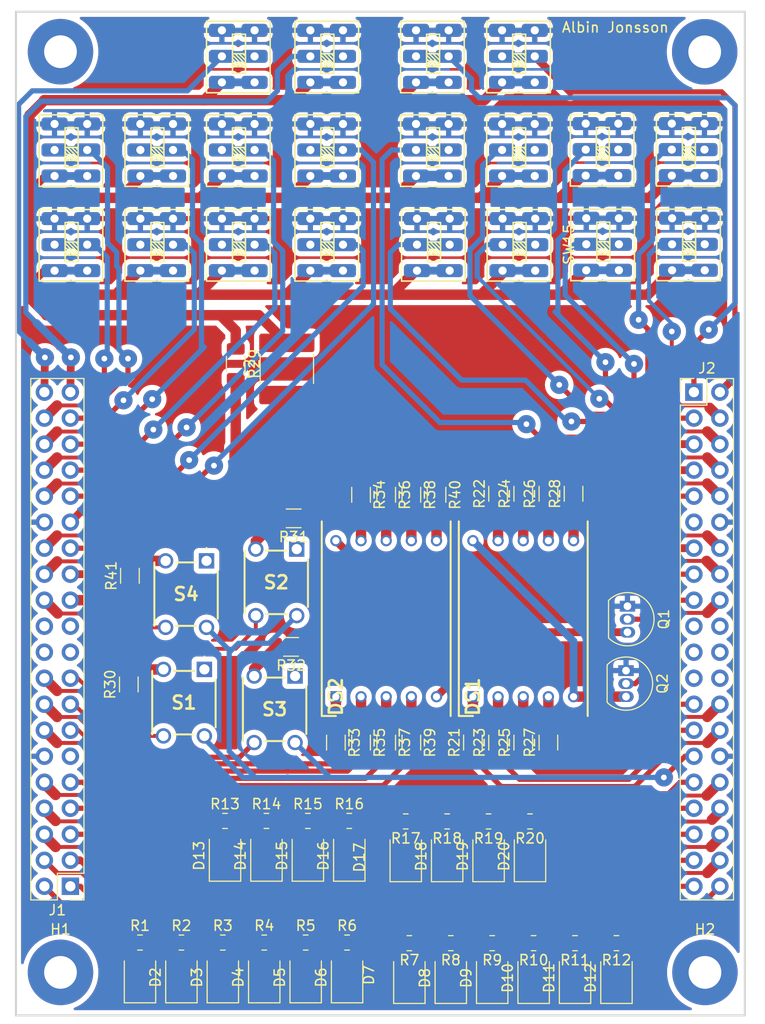
<source format=kicad_pcb>
(kicad_pcb (version 20211014) (generator pcbnew)
  (layers (0 "F.Cu" signal) (31 "B.Cu" signal) (34 "B.Paste" user) (35 "F.Paste" user) (36 "B.SilkS" user "B.Silkscreen") (37 "F.SilkS" user "F.Silkscreen") (38 "B.Mask" user) (39 "F.Mask" user) (44 "Edge.Cuts" user))
  (net 0 "")
  (net 1 "/GPIO_0_18")
  (net 2 "/GPIO_0_17")
  (net 3 "/GPIO_0_0")
  (net 4 "Net-(D1-Pad2)")
  (net 5 "/GPIO_0_1")
  (net 6 "/GPIO_0_2")
  (net 7 "/GPIO_0_3")
  (net 8 "/GPIO_0_4")
  (net 9 "/GPIO_0_5")
  (net 10 "/GPIO_0_6")
  (net 11 "/GPIO_0_7")
  (net 12 "/GPIO_0_16")
  (net 13 "/GPIO_0_8")
  (net 14 "/GPIO_0_9")
  (net 15 "/GPIO_0_25")
  (net 16 "/GPIO_0_26")
  (net 17 "GND")
  (net 18 "+3V3")
  (net 19 "/GPIO_0_12")
  (net 20 "/GPIO_0_13")
  (net 21 "/GPIO_0_14")
  (net 22 "/GPIO_0_15")
  (net 23 "/GPIO_0_19")
  (net 24 "/GPIO_0_30")
  (net 25 "/GPIO_0_31")
  (net 26 "/GPIO_1_0")
  (net 27 "/GPIO_1_1")
  (net 28 "/GPIO_1_2")
  (net 29 "/GPIO_1_3")
  (net 30 "/GPIO_1_4")
  (net 31 "/GPIO_1_5")
  (net 32 "/GPIO_1_6")
  (net 33 "/GPIO_1_7")
  (net 34 "/GPIO_1_8")
  (net 35 "/GPIO_1_9")
  (net 36 "/GPIO_0_32")
  (net 37 "/GPIO_0_33")
  (net 38 "/GPIO_1_12")
  (net 39 "/GPIO_1_13")
  (net 40 "/GPIO_1_14")
  (net 41 "/GPIO_1_15")
  (net 42 "/GPIO_1_16")
  (net 43 "/GPIO_1_17")
  (net 44 "/GPIO_1_18")
  (net 45 "/GPIO_1_19")
  (net 46 "/GPIO_0_20")
  (net 47 "/GPIO_0_21")
  (net 48 "/GPIO_0_22")
  (net 49 "/GPIO_0_23")
  (net 50 "/GPIO_1_24")
  (net 51 "/GPIO_0_24")
  (net 52 "/GPIO_1_20")
  (net 53 "/GPIO_1_21")
  (net 54 "/GPIO_1_22")
  (net 55 "/GPIO_1_23")
  (net 57 "/GPIO_0_27")
  (net 58 "/GPIO_1_27")
  (net 59 "/GPIO_1_30")
  (net 60 "/GPIO_0_34")
  (net 61 "/GPIO_0_35")
  (net 62 "/GPIO_0_36")
  (net 63 "/GPIO_0_37")
  (net 64 "/GPIO_0_38")
  (net 65 "/GPIO_0_39")
  (net 66 "/GPIO_1_25")
  (net 67 "/GPIO_1_26")
  (net 69 "/GPIO_1_31")
  (net 70 "/GPIO_1_32")
  (net 71 "/GPIO_1_33")
  (net 72 "/GPIO_1_34")
  (net 73 "/GPIO_1_35")
  (net 74 "/GPIO_1_36")
  (net 75 "/GPIO_1_37")
  (net 76 "/GPIO_1_38")
  (net 77 "/GPIO_1_39")
  (net 78 "Net-(D2-Pad2)")
  (net 79 "Net-(D3-Pad2)")
  (net 80 "Net-(D4-Pad2)")
  (net 81 "Net-(D5-Pad2)")
  (net 82 "Net-(D6-Pad2)")
  (net 83 "Net-(D7-Pad2)")
  (net 84 "Net-(D8-Pad2)")
  (net 85 "Net-(D9-Pad2)")
  (net 86 "Net-(D10-Pad2)")
  (net 87 "Net-(D11-Pad2)")
  (net 88 "Net-(D12-Pad2)")
  (net 89 "Net-(D13-Pad2)")
  (net 90 "Net-(D14-Pad2)")
  (net 91 "Net-(D15-Pad2)")
  (net 92 "Net-(D16-Pad2)")
  (net 93 "Net-(D17-Pad2)")
  (net 94 "Net-(D18-Pad2)")
  (net 95 "Net-(D19-Pad2)")
  (net 96 "Net-(D20-Pad2)")
  (net 97 "Net-(C2-Pad2)")
  (net 98 "Net-(DS1-Pad10)")
  (net 99 "Net-(DS1-Pad1)")
  (net 100 "Net-(DS1-Pad9)")
  (net 101 "Net-(DS1-Pad2)")
  (net 102 "Net-(DS1-Pad8)")
  (net 103 "Net-(DS1-Pad3)")
  (net 104 "Net-(DS1-Pad7)")
  (net 105 "Net-(DS1-Pad4)")
  (net 106 "Net-(DS1-Pad6)")
  (net 107 "Net-(DS2-Pad1)")
  (net 108 "Net-(DS2-Pad2)")
  (net 109 "Net-(DS2-Pad3)")
  (net 110 "Net-(DS2-Pad4)")
  (net 111 "Net-(DS2-Pad10)")
  (net 112 "Net-(DS2-Pad6)")
  (net 113 "Net-(DS2-Pad7)")
  (net 114 "Net-(DS2-Pad8)")
  (net 115 "Net-(DS2-Pad9)")
  (footprint "Resistor_SMD:R_0805_2012Metric_Pad1.20x1.40mm_HandSolder" (layer "F.Cu") (at 141.415 143.439 180)
    (fp_text reference "R8")
    (fp_text value "120")
  )
  (footprint "Resistor_SMD:R_1206_3216Metric" (layer "F.Cu") (at 126.05 101.95 180)
    (fp_text reference "R31")
    (fp_text value "680")
  )
  (footprint "Resistor_SMD:R_0805_2012Metric_Pad1.20x1.40mm_HandSolder" (layer "F.Cu") (at 149.16 131.55 180)
    (fp_text reference "R20")
    (fp_text value "120")
  )
  (footprint "Resistor_SMD:R_0805_2012Metric_Pad1.20x1.40mm_HandSolder" (layer "F.Cu") (at 119.125 143.379)
    (fp_text reference "R3")
    (fp_text value "120")
  )
  (footprint "Resistor_SMD:R_1206_3216Metric" (layer "F.Cu") (at 153.419988 99.549991 90)
    (fp_text reference "R28")
    (fp_text value "82")
  )
  (footprint "Resistor_SMD:R_0805_2012Metric_Pad1.20x1.40mm_HandSolder" (layer "F.Cu") (at 137.365 143.439 180)
    (fp_text reference "R7")
    (fp_text value "120")
  )
  (footprint "Resistor_SMD:R_1206_3216Metric" (layer "F.Cu") (at 125.8 114.5 180)
    (fp_text reference "R32")
    (fp_text value "680")
  )
  (footprint "Resistor_SMD:R_0805_2012Metric_Pad1.20x1.40mm_HandSolder" (layer "F.Cu") (at 111.025 143.379)
    (fp_text reference "R1")
    (fp_text value "120")
  )
  (footprint "Resistor_SMD:R_0805_2012Metric_Pad1.20x1.40mm_HandSolder" (layer "F.Cu") (at 149.515 143.439 180)
    (fp_text reference "R10")
    (fp_text value "120")
  )
  (footprint "Resistor_SMD:R_1206_3216Metric" (layer "F.Cu") (at 135.100011 99.649991 -90)
    (fp_text reference "R36")
    (fp_text value "82")
  )
  (footprint "Old_KiCad_footprints:DPDT-3.2MM" (layer "F.Cu") (at 105.86342 75.21956 90)
    (fp_text reference "SW20")
    (fp_text value " " hide)
  )
  (footprint "Old_KiCad_footprints:LED_1210_3225Metric_Castelled" (layer "F.Cu") (at 141.06 134.95 90)
    (fp_text reference "D18")
    (fp_text value "LED_ALT")
  )
  (footprint "Old_KiCad_footprints:DPDT-3.2MM" (layer "F.Cu") (at 157.85468 75.184 90)
    (fp_text reference "SW14")
    (fp_text value " " hide)
  )
  (footprint "MountingHole:MountingHole_3.2mm_M3_Pad" (layer "F.Cu") (at 166.243 56.388)
    (fp_text reference "H4")
    (fp_text value "MountingHole")
  )
  (footprint "Old_KiCad_footprints:LED_1210_3225Metric_Castelled" (layer "F.Cu") (at 123.175 146.779 90)
    (fp_text reference "D4")
    (fp_text value "LED_ALT")
  )
  (footprint "Resistor_SMD:R_0805_2012Metric_Pad1.20x1.40mm_HandSolder" (layer "F.Cu") (at 127.225 143.379)
    (fp_text reference "R5")
    (fp_text value "120")
  )
  (footprint "Old_KiCad_footprints:LED_1210_3225Metric_Castelled" (layer "F.Cu") (at 131.49 134.9 90)
    (fp_text reference "D16")
    (fp_text value "LED_ALT")
  )
  (footprint "Old_KiCad_footprints:DPDT-3.2MM" (layer "F.Cu") (at 114.25558 75.21956 90)
    (fp_text reference "SW19")
    (fp_text value " " hide)
  )
  (footprint "Resistor_SMD:R_1206_3216Metric" (layer "F.Cu") (at 143.580002 123.849994 90)
    (fp_text reference "R21")
    (fp_text value "82")
  )
  (footprint "Old_KiCad_footprints:DPDT-3.2MM" (layer "F.Cu") (at 122.22864 65.97396 90)
    (fp_text reference "SW10")
    (fp_text value " " hide)
  )
  (footprint "Resistor_SMD:R_0805_2012Metric_Pad1.20x1.40mm_HandSolder" (layer "F.Cu") (at 123.175 143.379)
    (fp_text reference "R4")
    (fp_text value "120")
  )
  (footprint "MountingHole:MountingHole_3.2mm_M3_Pad" (layer "F.Cu") (at 103.251 146.2913)
    (fp_text reference "H1")
    (fp_text value "MountingHole")
  )
  (footprint "Old_KiCad_footprints:LED_1210_3225Metric_Castelled" (layer "F.Cu") (at 111.025 146.779 90)
    (fp_text reference "D1")
    (fp_text value "LED_ALT")
  )
  (footprint "KiCad:CB15FP" (layer "F.Cu") (at 117.32 116.7)
    (fp_text reference "S1")
    (fp_text value "CB15FP" hide)
  )
  (footprint "Resistor_SMD:R_1206_3216Metric" (layer "F.Cu") (at 140.019991 99.649991 -90)
    (fp_text reference "R40")
    (fp_text value "82")
  )
  (footprint "Old_KiCad_footprints:LED_1210_3225Metric_Castelled" (layer "F.Cu") (at 145.11 134.95 90)
    (fp_text reference "D19")
    (fp_text value "LED_ALT")
  )
  (footprint "Resistor_SMD:R_1206_3216Metric" (layer "F.Cu") (at 132.639995 123.849994 -90)
    (fp_text reference "R35")
    (fp_text value "82")
  )
  (footprint "Resistor_SMD:R_0805_2012Metric_Pad1.20x1.40mm_HandSolder" (layer "F.Cu") (at 137.01 131.55 180)
    (fp_text reference "R17")
    (fp_text value "120")
  )
  (footprint "Resistor_SMD:R_0805_2012Metric_Pad1.20x1.40mm_HandSolder" (layer "F.Cu") (at 153.565 143.439 180)
    (fp_text reference "R11")
    (fp_text value "120")
  )
  (footprint "Resistor_SMD:R_0805_2012Metric_Pad1.20x1.40mm_HandSolder" (layer "F.Cu") (at 123.39 131.5)
    (fp_text reference "R14")
    (fp_text value "120")
  )
  (footprint "Resistor_SMD:R_0805_2012Metric_Pad1.20x1.40mm_HandSolder" (layer "F.Cu") (at 141.06 131.55 180)
    (fp_text reference "R18")
    (fp_text value "120")
  )
  (footprint "MountingHole:MountingHole_3.2mm_M3_Pad" (layer "F.Cu") (at 103.251 56.3753)
    (fp_text reference "H3")
    (fp_text value "MountingHole")
  )
  (footprint "Old_KiCad_footprints:LED_1210_3225Metric_Castelled" (layer "F.Cu") (at 127.225 146.779 90)
    (fp_text reference "D5")
    (fp_text value "LED_ALT")
  )
  (footprint "Old_KiCad_footprints:DPDT-3.2MM" (layer "F.Cu") (at 122.22864 75.21956 90)
    (fp_text reference "SW18")
    (fp_text value " " hide)
  )
  (footprint "Resistor_SMD:R_1206_3216Metric" (layer "F.Cu") (at 137.560001 99.649991 -90)
    (fp_text reference "R38")
    (fp_text value "82")
  )
  (footprint "Old_KiCad_footprints:DPDT-3.2MM" (layer "F.Cu") (at 130.8748 56.82996 90)
    (fp_text reference "SW3")
    (fp_text value " " hide)
  )
  (footprint "Resistor_SMD:R_1206_3216Metric" (layer "F.Cu") (at 146.039992 99.549991 90)
    (fp_text reference "R22")
    (fp_text value "82")
  )
  (footprint "Old_KiCad_footprints:DPDT-3.2MM" (layer "F.Cu") (at 141.30404 75.21956 90)
    (fp_text reference "SW16")
    (fp_text value " " hide)
  )
  (footprint "Old_KiCad_footprints:LED_1210_3225Metric_Castelled" (layer "F.Cu") (at 119.34 134.9 90)
    (fp_text reference "D13")
    (fp_text value "LED_ALT")
  )
  (footprint "Resistor_SMD:R_0805_2012Metric_Pad1.20x1.40mm_HandSolder" (layer "F.Cu") (at 131.275 143.379)
    (fp_text reference "R6")
    (fp_text value "120")
  )
  (footprint "Old_KiCad_footprints:LED_1210_3225Metric_Castelled" (layer "F.Cu") (at 137.365 146.839 90)
    (fp_text reference "D7")
    (fp_text value "LED_ALT")
  )
  (footprint "Old_KiCad_footprints:LS0565SRWK" (layer "F.Cu") (at 143.58 119.37 90)
    (fp_text reference "DS1")
    (fp_text value "LS0565SRWK" hide)
  )
  (footprint "Old_KiCad_footprints:DPDT-3.2MM" (layer "F.Cu") (at 149.6708 75.21956 90)
    (fp_text reference "SW15")
    (fp_text value " " hide)
  )
  (footprint "Old_KiCad_footprints:DPDT-3.2MM" (layer "F.Cu") (at 141.20752 56.82996 90)
    (fp_text reference "SW2")
    (fp_text value " " hide)
  )
  (footprint "Capacitor_SMD:C_2220_5650Metric" (layer "F.Cu") (at 125.385 87.359 90)
    (fp_text reference "C2")
    (fp_text value "1")
  )
  (footprint "Old_KiCad_footprints:LED_1210_3225Metric_Castelled" (layer "F.Cu") (at 137.01 134.95 90)
    (fp_text reference "D17")
    (fp_text value "LED_ALT")
  )
  (footprint "Old_KiCad_footprints:DPDT-3.2MM" (layer "F.Cu") (at 157.7988 65.9384 90)
    (fp_text reference "SW6")
    (fp_text value " " hide)
  )
  (footprint "MountingHole:MountingHole_3.2mm_M3_Pad" (layer "F.Cu") (at 166.2684 146.2913)
    (fp_text reference "H2")
    (fp_text value "MountingHole")
  )
  (footprint "Old_KiCad_footprints:DPDT-3.2MM" (layer "F.Cu") (at 114.25558 65.97396 90)
    (fp_text reference "SW11")
    (fp_text value " " hide)
  )
  (footprint "Resistor_SMD:R_1206_3216Metric" (layer "F.Cu") (at 135.100011 123.849994 -90)
    (fp_text reference "R37")
    (fp_text value "82")
  )
  (footprint "Resistor_SMD:R_0805_2012Metric_Pad1.20x1.40mm_HandSolder" (layer "F.Cu") (at 131.49 131.5)
    (fp_text reference "R16")
    (fp_text value "120")
  )
  (footprint "Old_KiCad_footprints:DPDT-3.2MM" (layer "F.Cu") (at 166.2189 65.9384 90)
    (fp_text reference "SW5")
    (fp_text value " " hide)
  )
  (footprint "Resistor_SMD:R_1206_3216Metric" (layer "F.Cu") (at 148.500008 123.849994 90)
    (fp_text reference "R25")
    (fp_text value "82")
  )
  (footprint "Old_KiCad_footprints:LED_1210_3225Metric_Castelled" (layer "F.Cu") (at 153.565 146.839 90)
    (fp_text reference "D11")
    (fp_text value "LED_ALT")
  )
  (footprint "Old_KiCad_footprints:DPDT-3.2MM" (layer "F.Cu") (at 149.62508 56.82996 90)
    (fp_text reference "SW1")
    (fp_text value " " hide)
  )
  (footprint "Resistor_SMD:R_0805_2012Metric_Pad1.20x1.40mm_HandSolder" (layer "F.Cu") (at 115.075 143.379)
    (fp_text reference "R2")
    (fp_text value "120")
  )
  (footprint "Resistor_SMD:R_0805_2012Metric_Pad1.20x1.40mm_HandSolder" (layer "F.Cu") (at 119.34 131.5)
    (fp_text reference "R13")
    (fp_text value "120")
  )
  (footprint "Old_KiCad_footprints:LED_1210_3225Metric_Castelled" (layer "F.Cu") (at 141.415 146.839 90)
    (fp_text reference "D8")
    (fp_text value "LED_ALT")
  )
  (footprint "Old_KiCad_footprints:DPDT-3.2MM" (layer "F.Cu") (at 122.22864 56.82996 90)
    (fp_text reference "SW4")
    (fp_text value " " hide)
  )
  (footprint "Old_KiCad_footprints:DPDT-3.2MM" (layer "F.Cu") (at 149.62508 65.97396 90)
    (fp_text reference "SW7")
    (fp_text value " " hide)
  )
  (footprint "Resistor_SMD:R_1206_3216Metric" (layer "F.Cu") (at 150.959998 99.549991 90)
    (fp_text reference "R26")
    (fp_text value "82")
  )
  (footprint "KiCad:CB15FP" (layer "F.Cu") (at 126.19 117.35)
    (fp_text reference "S3")
    (fp_text value "CB15FP" hide)
  )
  (footprint "Package_TO_SOT_THT:TO-92_Inline" (layer "F.Cu") (at 158.55 116.82 -90)
    (fp_text reference "Q2")
    (fp_text value "2N3904")
  )
  (footprint "Resistor_SMD:R_1206_3216Metric" (layer "F.Cu") (at 109.93 118.17 90)
    (fp_text reference "R30")
    (fp_text value "680")
  )
  (footprint "Resistor_SMD:R_1206_3216Metric" (layer "F.Cu") (at 150.959998 123.849994 90)
    (fp_text reference "R27")
    (fp_text value "82")
  )
  (footprint "Old_KiCad_footprints:LED_1210_3225Metric_Castelled" (layer "F.Cu") (at 149.16 134.95 90)
    (fp_text reference "D20")
    (fp_text value "LED_ALT")
  )
  (footprint "Resistor_SMD:R_1206_3216Metric" (layer "F.Cu") (at 146.039992 123.849994 90)
    (fp_text reference "R23")
    (fp_text value "82")
  )
  (footprint "Old_KiCad_footprints:LED_1210_3225Metric_Castelled" (layer "F.Cu") (at 149.515 146.839 90)
    (fp_text reference "D10")
    (fp_text value "LED_ALT")
  )
  (footprint "Connector_PinHeader_2.54mm:PinHeader_2x20_P2.54mm_Vertical" (layer "F.Cu") (at 104.2162 137.8839 180)
    (fp_text reference "J1")
    (fp_text value "GPIO_0")
  )
  (footprint "Resistor_SMD:R_1206_3216Metric" (layer "F.Cu") (at 120.385 86.859 -90)
    (fp_text reference "R29")
    (fp_text value "680")
  )
  (footprint "Resistor_SMD:R_1206_3216Metric" (layer "F.Cu") (at 130.180005 123.849994 -90)
    (fp_text reference "R33")
    (fp_text value "82")
  )
  (footprint "Old_KiCad_footprints:DPDT-3.2MM" (layer "F.Cu") (at 130.8748 65.97396 90)
    (fp_text reference "SW9")
    (fp_text value " " hide)
  )
  (footprint "Old_KiCad_footprints:DPDT-3.2MM" (layer "F.Cu") (at 105.86342 65.97396 90)
    (fp_text reference "SW12")
    (fp_text value " " hide)
  )
  (footprint "CB15FP:CB15FP" (layer "F.Cu") (at 117.53 106.1)
    (fp_text reference "S4")
    (fp_text value "CB15FP" hide)
  )
  (footprint "Old_KiCad_footprints:LED_1210_3225Metric_Castelled" (layer "F.Cu") (at 127.44 134.9 90)
    (fp_text reference "D15")
    (fp_text value "LED_ALT")
  )
  (footprint "KiCad:CB15FP" (layer "F.Cu") (at 126.35 104.95)
    (fp_text reference "S2")
    (fp_text value "CB15FP" hide)
  )
  (footprint "Resistor_SMD:R_0805_2012Metric_Pad1.20x1.40mm_HandSolder" (layer "F.Cu") (at 145.11 131.55 180)
    (fp_text reference "R19")
    (fp_text value "120")
  )
  (footprint "Old_KiCad_footprints:LED_1210_3225Metric_Castelled" (layer "F.Cu") (at 157.615 146.839 90)
    (fp_text reference "D12")
    (fp_text value "LED_ALT")
  )
  (footprint "Old_KiCad_footprints:DPDT-3.2MM" (layer "F.Cu") (at 141.20752 65.97396 90)
    (fp_text reference "SW8")
    (fp_text value " " hide)
  )
  (footprint "Old_KiCad_footprints:LS0565SRWK" (layer "F.Cu") (at 130.18 119.37 90)
    (fp_text reference "DS2")
    (fp_text value "LS0565SRWK" hide)
  )
  (footprint "Old_KiCad_footprints:DPDT-3.2MM" (layer "F.Cu") (at 130.8748 75.21956 90)
    (fp_text reference "SW17")
    (fp_text value " " hide)
  )
  (footprint "Old_KiCad_footprints:LED_1210_3225Metric_Castelled" (layer "F.Cu") (at 115.075 146.779 90)
    (fp_text reference "D2")
    (fp_text value "LED_ALT")
  )
  (footprint "Connector_PinHeader_2.54mm:PinHeader_2x20_P2.54mm_Vertical" (layer "F.Cu") (at 165.1889 89.6239)
    (fp_text reference "J2")
    (fp_text value "GPIO_1")
  )
  (footprint "Package_TO_SOT_THT:TO-92_Inline" (layer "F.Cu") (at 158.69 110.53 -90)
    (fp_text reference "Q1")
    (fp_text value "2N3904")
  )
  (footprint "Old_KiCad_footprints:DPDT-3.2MM" (layer "F.Cu") (at 166.24684 75.184 90)
    (fp_text reference "SW13")
    (fp_text value " " hide)
  )
  (footprint "Resistor_SMD:R_0805_2012Metric_Pad1.20x1.40mm_HandSolder" (layer "F.Cu") (at 145.465 143.439 180)
    (fp_text reference "R9")
    (fp_text value "120")
  )
  (footprint "Old_KiCad_footprints:LED_1210_3225Metric_Castelled" (layer "F.Cu") (at 123.39 134.9 90)
    (fp_text reference "D14")
    (fp_text value "LED_ALT")
  )
  (footprint "Old_KiCad_footprints:LED_1210_3225Metric_Castelled" (layer "F.Cu") (at 119.125 146.779 90)
    (fp_text reference "D3")
    (fp_text value "LED_ALT")
  )
  (footprint "Resistor_SMD:R_1206_3216Metric" (layer "F.Cu") (at 110.04 107.56 90)
    (fp_text reference "R41")
    (fp_text value "680")
  )
  (footprint "Resistor_SMD:R_0805_2012Metric_Pad1.20x1.40mm_HandSolder" (layer "F.Cu") (at 157.615 143.439 180)
    (fp_text reference "R12")
    (fp_text value "120")
  )
  (footprint "Resistor_SMD:R_1206_3216Metric" (layer "F.Cu") (at 132.639995 99.649991 -90)
    (fp_text reference "R34")
    (fp_text value "82")
  )
  (footprint "Resistor_SMD:R_1206_3216Metric" (layer "F.Cu") (at 137.560001 123.849994 -90)
    (fp_text reference "R39")
    (fp_text value "82")
  )
  (footprint "Old_KiCad_footprints:LED_1210_3225Metric_Castelled" (layer "F.Cu") (at 145.465 146.839 90)
    (fp_text reference "D9")
    (fp_text value "LED_ALT")
  )
  (footprint "Resistor_SMD:R_0805_2012Metric_Pad1.20x1.40mm_HandSolder" (layer "F.Cu") (at 127.44 131.5)
    (fp_text reference "R15")
    (fp_text value "120")
  )
  (footprint "Old_KiCad_footprints:LED_1210_3225Metric_Castelled" (layer "F.Cu") (at 131.275 146.779 90)
    (fp_text reference "D6")
    (fp_text value "LED_ALT")
  )
  (footprint "Resistor_SMD:R_1206_3216Metric" (layer "F.Cu") (at 148.500008 99.549991 90)
    (fp_text reference "R24")
    (fp_text value "82")
  )
  (gr_line (start 170.166182 52.472336) (end 170.166182 150.490936) (layer "Edge.Cuts") (width 0.2))
  (gr_line (start 98.893782 150.490936) (end 98.893782 52.472336) (layer "Edge.Cuts") (width 0.2))
  (gr_line (start 170.166182 150.490936) (end 98.893782 150.490936) (layer "Edge.Cuts") (width 0.2))
  (gr_line (start 98.893782 52.472336) (end 170.166182 52.472336) (layer "Edge.Cuts") (width 0.2))
  (gr_text "Albin Jonsson" (at 157.5 54) (layer "F.SilkS") (effects (font (size 1 1))))
  (segment (start 122.19 116.6475) (end 124.3375 114.5) (width 1.016) (layer "F.Cu") (net 2))
  (segment (start 105.243911 118.803911) (end 106.200979 119.760979) (width 0.381) (layer "F.Cu") (net 2))
  (segment (start 106.200979 119.760979) (end 106.200979 120.90902) (width 0.381) (layer "F.Cu") (net 2))
  (segment (start 102.916211 118.803911) (end 105.243911 118.803911) (width 0.381) (layer "F.Cu") (net 2))
  (segment (start 122.19 117.35) (end 122.19 116.6475) (width 1.016) (layer "F.Cu") (net 2))
  (segment (start 102.916203 118.803903) (end 102.916211 118.803911) (width 0.381) (layer "F.Cu") (net 2))
  (segment (start 106.200979 120.90902) (end 110.571959 125.28) (width 0.381) (layer "F.Cu") (net 2))
  (segment (start 120.760007 125.279988) (end 122.190002 123.849994) (width 0.508) (layer "F.Cu") (net 2))
  (segment (start 110.571966 125.279988) (end 120.760007 125.279988) (width 0.508) (layer "F.Cu") (net 2))
  (segment (start 101.6762 117.5639) (end 102.916203 118.803903) (width 1.016) (layer "F.Cu") (net 2))
  (segment (start 105.2039 137.8839) (end 108.82 141.5) (width 0.508) (layer "F.Cu") (net 3))
  (segment (start 112.78 141.98) (end 109.29 141.98) (width 0.508) (layer "F.Cu") (net 3))
  (segment (start 114.075 143.379) (end 114.075 143.275) (width 0.508) (layer "F.Cu") (net 3))
  (segment (start 108.82 141.51) (end 108.82 141.5) (width 0.508) (layer "F.Cu") (net 3))
  (segment (start 109.29 141.98) (end 108.82 141.51) (width 0.508) (layer "F.Cu") (net 3))
  (segment (start 104.2162 137.8839) (end 105.2039 137.8839) (width 0.508) (layer "F.Cu") (net 3))
  (segment (start 114.075 143.275) (end 112.78 141.98) (width 0.508) (layer "F.Cu") (net 3))
  (segment (start 111.024991 144.341506) (end 111.987499 143.378998) (width 0.762) (layer "F.Cu") (net 4))
  (segment (start 111.025 145.354) (end 111.025 144.3415) (width 0.508) (layer "F.Cu") (net 4))
  (segment (start 110.025 143.379) (end 107.1713 143.379) (width 0.508) (layer "F.Cu") (net 5))
  (segment (start 107.1713 143.379) (end 101.6762 137.8839) (width 0.508) (layer "F.Cu") (net 5))
  (segment (start 122.2125 143.379) (end 122.2125 143.2665) (width 0.508) (layer "F.Cu") (net 6))
  (segment (start 105.167278 135.3439) (end 104.2162 135.3439) (width 0.762) (layer "F.Cu") (net 6))
  (segment (start 110.365378 140.542) (end 119.338 140.542) (width 0.508) (layer "F.Cu") (net 6))
  (segment (start 122.175 143.379) (end 119.338 140.542) (width 0.508) (layer "F.Cu") (net 6))
  (segment (start 105.167278 135.3439) (end 110.365378 140.542) (width 0.508) (layer "F.Cu") (net 6))
  (segment (start 110.05 141.2272) (end 105.406711 136.583911) (width 0.508) (layer "F.Cu") (net 7))
  (segment (start 116.01848 141.27248) (end 110.05 141.27248) (width 0.508) (layer "F.Cu") (net 7))
  (segment (start 110.05 141.27248) (end 110.05 141.2272) (width 0.508) (layer "F.Cu") (net 7))
  (segment (start 103.043911 136.583911) (end 105.406711 136.583911) (width 0.381) (layer "F.Cu") (net 7))
  (segment (start 102.916211 136.583911) (end 103.043911 136.583911) (width 0.381) (layer "F.Cu") (net 7))
  (segment (start 118.125 143.379) (end 116.01848 141.27248) (width 0.508) (layer "F.Cu") (net 7))
  (segment (start 101.6762 135.3439) (end 102.916203 136.583903) (width 0.508) (layer "F.Cu") (net 7))
  (segment (start 130.275 143.379) (end 130.019927 143.379) (width 0.508) (layer "F.Cu") (net 8))
  (segment (start 104.2162 132.8039) (end 105.5739 132.8039) (width 0.508) (layer "F.Cu") (net 8))
  (segment (start 105.5739 132.8039) (end 111.89696 139.12696) (width 0.508) (layer "F.Cu") (net 8))
  (segment (start 126.02296 139.12696) (end 130.275 143.379) (width 0.508) (layer "F.Cu") (net 8))
  (segment (start 111.89696 139.12696) (end 126.02296 139.12696) (width 0.508) (layer "F.Cu") (net 8))
  (segment (start 105.794937 134.043903) (end 111.585527 139.834468) (width 0.508) (layer "F.Cu") (net 9))
  (segment (start 126.225 143.379) (end 122.68048 139.83448) (width 0.508) (layer "F.Cu") (net 9))
  (segment (start 101.532792 132.8039) (end 102.772803 134.043911) (width 1.016) (layer "F.Cu") (net 9))
  (segment (start 102.772794 134.043903) (end 105.794943 134.043903) (width 0.381) (layer "F.Cu") (net 9))
  (segment (start 122.68048 139.83448) (end 111.58552 139.83448) (width 0.508) (layer "F.Cu") (net 9))
  (segment (start 104.2162 130.2639) (end 121.1539 130.2639) (width 0.508) (layer "F.Cu") (net 10))
  (segment (start 121.1539 130.2639) (end 122.39 131.5) (width 0.508) (layer "F.Cu") (net 10))
  (segment (start 101.532792 130.2639) (end 102.772803 131.503911) (width 1.016) (layer "F.Cu") (net 11))
  (segment (start 102.813046 131.54) (end 118.3 131.54) (width 0.381) (layer "F.Cu") (net 11))
  (segment (start 118.3 131.54) (end 118.34 131.5) (width 0.381) (layer "F.Cu") (net 11))
  (segment (start 104.9439 117.5639) (end 110.58 123.2) (width 0.381) (layer "F.Cu") (net 12))
  (segment (start 104.2162 117.5639) (end 104.9439 117.5639) (width 0.381) (layer "F.Cu") (net 12))
  (segment (start 109.93 116.7075) (end 113.3125 116.7075) (width 1.016) (layer "F.Cu") (net 12))
  (segment (start 110.58 123.2) (end 113.32 123.2) (width 0.381) (layer "F.Cu") (net 12))
  (segment (start 113.3125 116.7075) (end 113.32 116.7) (width 1.016) (layer "F.Cu") (net 12))
  (segment (start 127.83248 128.84248) (end 106.59248 128.84248) (width 0.508) (layer "F.Cu") (net 13))
  (segment (start 130.49 131.5) (end 127.83248 128.84248) (width 0.508) (layer "F.Cu") (net 13))
  (segment (start 106.59248 128.84248) (end 105.4739 127.7239) (width 0.508) (layer "F.Cu") (net 13))
  (segment (start 105.4739 127.7239) (end 104.2162 127.7239) (width 0.508) (layer "F.Cu") (net 13))
  (segment (start 105.9928 129.55) (end 105.406711 128.963911) (width 0.508) (layer "F.Cu") (net 14))
  (segment (start 126.44 131.5) (end 124.49 129.55) (width 0.508) (layer "F.Cu") (net 14))
  (segment (start 102.772803 128.963911) (end 105.406711 128.963911) (width 0.381) (layer "F.Cu") (net 14))
  (segment (start 124.49 129.55) (end 105.9928 129.55) (width 0.508) (layer "F.Cu") (net 14))
  (segment (start 101.532792 127.7239) (end 102.772803 128.963911) (width 1.016) (layer "F.Cu") (net 14))
  (segment (start 118.281709 103.1) (end 125.95 95.431709) (width 0.508) (layer "F.Cu") (net 15))
  (segment (start 118.05 103.1) (end 118.281709 103.1) (width 0.508) (layer "F.Cu") (net 15))
  (segment (start 108.7 103.1) (end 105.65 106.15) (width 0.508) (layer "F.Cu") (net 15))
  (segment (start 101.6762 107.4039) (end 102.930096 106.150004) (width 1.016) (layer "F.Cu") (net 15))
  (segment (start 132.37004 95.45752) (end 135.100011 98.187491) (width 0.508) (layer "F.Cu") (net 15))
  (segment (start 125.975811 95.45752) (end 132.37004 95.45752) (width 0.508) (layer "F.Cu") (net 15))
  (segment (start 118.05 103.1) (end 108.7 103.1) (width 0.508) (layer "F.Cu") (net 15))
  (segment (start 102.9301 106.15) (end 105.65 106.15) (width 0.381) (layer "F.Cu") (net 15))
  (segment (start 137.560001 98.187491) (end 137.537491 98.187491) (width 0.508) (layer "F.Cu") (net 16))
  (segment (start 137.537491 98.187491) (end 134.1 94.75) (width 0.508) (layer "F.Cu") (net 16))
  (segment (start 108.39248 102.30752) (end 105.8 104.9) (width 0.508) (layer "F.Cu") (net 16))
  (segment (start 134.1 94.75) (end 126.55 94.75) (width 0.508) (layer "F.Cu") (net 16))
  (segment (start 105.7639 104.8639) (end 104.2162 104.8639) (width 0.508) (layer "F.Cu") (net 16))
  (segment (start 125.724189 94.724189) (end 126.524189 94.724189) (width 0.508) (layer "F.Cu") (net 16))
  (segment (start 118.00752 102.30752) (end 125.590851 94.724189) (width 0.508) (layer "F.Cu") (net 16))
  (segment (start 105.8 104.9) (end 105.7639 104.8639) (width 0.508) (layer "F.Cu") (net 16))
  (segment (start 126.524189 94.724189) (end 126.55 94.75) (width 0.508) (layer "F.Cu") (net 16))
  (segment (start 118.00752 102.30752) (end 108.39248 102.30752) (width 0.508) (layer "F.Cu") (net 16))
  (segment (start 104.2162 102.3239) (end 105.92168 100.61842) (width 0.762) (layer "F.Cu") (net 18))
  (segment (start 120.269 95.025) (end 120.385 94.909) (width 1.016) (layer "F.Cu") (net 18))
  (segment (start 115.63158 100.61842) (end 117.21958 100.61842) (width 0.762) (layer "F.Cu") (net 18))
  (segment (start 164.316105 125.1839) (end 162.249993 127.250012) (width 0.508) (layer "F.Cu") (net 18))
  (segment (start 165.1889 125.1839) (end 164.316105 125.1839) (width 0.508) (layer "F.Cu") (net 18))
  (segment (start 115.63158 100.61842) (end 117.01842 100.61842) (width 0.762) (layer "F.Cu") (net 18))
  (segment (start 120.385 94.909) (end 120.385 89.0715) (width 1.016) (layer "F.Cu") (net 18))
  (segment (start 105.92168 100.61842) (end 115.63158 100.61842) (width 0.762) (layer "F.Cu") (net 18))
  (segment (start 120.269 96.853) (end 120.269 95.025) (width 1.016) (layer "F.Cu") (net 18))
  (segment (start 120.269 95.025) (end 125.385 89.909) (width 1.016) (layer "F.Cu") (net 18))
  (segment (start 120.269 97.569) (end 120.269 96.853) (width 1.016) (layer "F.Cu") (net 18))
  (segment (start 117.21958 100.61842) (end 120.269 97.569) (width 0.762) (layer "F.Cu") (net 18))
  (via (at 162.249993 127.250012) (size 1.778) (drill 0.5588) (layers "F.Cu" "B.Cu") (net 18))
  (segment (start 119.75 124.7) (end 119.75 115.05) (width 0.508) (layer "B.Cu") (net 18))
  (segment (start 125.449988 127.250012) (end 125.449988 127.199988) (width 0.508) (layer "B.Cu") (net 18))
  (segment (start 119.75 115.05) (end 119.75 114.82) (width 0.508) (layer "B.Cu") (net 18))
  (segment (start 120.6 125.45) (end 120.5 125.45) (width 0.508) (layer "B.Cu") (net 18))
  (segment (start 129.730012 127.250012) (end 125.900012 127.250012) (width 0.508) (layer "B.Cu") (net 18))
  (segment (start 117.35 123.5) (end 121.100012 127.250012) (width 0.508) (layer "B.Cu") (net 18))
  (segment (start 129.590012 127.250012) (end 129.730012 127.250012) (width 0.508) (layer "B.Cu") (net 18))
  (segment (start 125.449988 127.250012) (end 122.300012 127.250012) (width 0.508) (layer "B.Cu") (net 18))
  (segment (start 120.5 125.45) (end 119.75 124.7) (width 0.508) (layer "B.Cu") (net 18))
  (segment (start 125.900012 127.250012) (end 125.449988 127.250012) (width 0.508) (layer "B.Cu") (net 18))
  (segment (start 162.249993 127.250012) (end 129.730012 127.250012) (width 0.508) (layer "B.Cu") (net 18))
  (segment (start 126.35 111.45) (end 123.65 114.15) (width 0.508) (layer "B.Cu") (net 18))
  (segment (start 123.65 114.15) (end 120.65 114.15) (width 0.508) (layer "B.Cu") (net 18))
  (segment (start 122.300012 127.250012) (end 121.100012 127.250012) (width 0.508) (layer "B.Cu") (net 18))
  (segment (start 126.19 123.85) (end 129.590012 127.250012) (width 0.508) (layer "B.Cu") (net 18))
  (segment (start 120.65 114.15) (end 119.75 115.05) (width 0.508) (layer "B.Cu") (net 18))
  (segment (start 122.300012 127.250012) (end 120.5 125.45) (width 0.508) (layer "B.Cu") (net 18))
  (segment (start 119.75 114.82) (end 117.53 112.6) (width 0.508) (layer "B.Cu") (net 18))
  (segment (start 109.71549 127.34451) (end 110.19045 127.34451) (width 0.381) (layer "F.Cu") (net 19))
  (segment (start 105.01488 122.6439) (end 109.71549 127.34451) (width 0.381) (layer "F.Cu") (net 19))
  (segment (start 104.2162 122.6439) (end 105.01488 122.6439) (width 0.381) (layer "F.Cu") (net 19))
  (segment (start 110.19045 127.34451) (end 110.19248 127.34248) (width 0.381) (layer "F.Cu") (net 19))
  (segment (start 133.070025 127.34248) (end 110.19248 127.34248) (width 0.508) (layer "F.Cu") (net 19))
  (segment (start 135.1 125.3125) (end 135.1 125.35) (width 0.508) (layer "F.Cu") (net 19))
  (segment (start 135.100011 125.312494) (end 133.070025 127.34248) (width 0.508) (layer "F.Cu") (net 19))
  (segment (start 105.433911 123.883911) (end 109.6 128.05) (width 0.381) (layer "F.Cu") (net 20))
  (segment (start 137.537506 125.312494) (end 134.8 128.05) (width 0.508) (layer "F.Cu") (net 20))
  (segment (start 101.6762 122.6439) (end 102.916203 123.883903) (width 1.016) (layer "F.Cu") (net 20))
  (segment (start 137.560001 125.312494) (end 137.537506 125.312494) (width 0.508) (layer "F.Cu") (net 20))
  (segment (start 102.916211 123.883911) (end 105.433911 123.883911) (width 0.381) (layer "F.Cu") (net 20))
  (segment (start 134.8 128.05) (end 109.6 128.05) (width 0.508) (layer "F.Cu") (net 20))
  (segment (start 104.574879 120.1039) (end 110.395688 125.924708) (width 0.381) (layer "F.Cu") (net 21))
  (segment (start 129.567791 125.924708) (end 130.180005 125.312494) (width 0.508) (layer "F.Cu") (net 21))
  (segment (start 110.395688 125.924708) (end 110.975292 125.924708) (width 0.381) (layer "F.Cu") (net 21))
  (segment (start 104.2162 120.1039) (end 104.574879 120.1039) (width 0.381) (layer "F.Cu") (net 21))
  (segment (start 110.975292 125.924708) (end 129.567791 125.924708) (width 0.508) (layer "F.Cu") (net 21))
  (segment (start 110.28496 126.63496) (end 110.68496 126.63496) (width 0.381) (layer "F.Cu") (net 22))
  (segment (start 102.9223 121.35) (end 105 121.35) (width 0.381) (layer "F.Cu") (net 22))
  (segment (start 101.6762 120.1039) (end 102.922299 121.349999) (width 1.016) (layer "F.Cu") (net 22))
  (segment (start 110.68496 126.63496) (end 131.317529 126.63496) (width 0.508) (layer "F.Cu") (net 22))
  (segment (start 105 121.35) (end 110.28496 126.63496) (width 0.381) (layer "F.Cu") (net 22))
  (segment (start 131.317529 126.63496) (end 132.639995 125.312494) (width 0.508) (layer "F.Cu") (net 22))
  (segment (start 132.7 125.3125) (end 132.7 125.35) (width 0.508) (layer "F.Cu") (net 22))
  (segment (start 115.0861 99.7839) (end 118.07 96.8) (width 0.508) (layer "F.Cu") (net 24))
  (segment (start 118.07 96.8) (end 118.26 96.8) (width 0.508) (layer "F.Cu") (net 24))
  (segment (start 104.2162 99.7839) (end 115.0861 99.7839) (width 0.508) (layer "F.Cu") (net 24))
  (via (at 118.26 96.8) (size 1.778) (drill 0.5588) (layers "F.Cu" "B.Cu") (net 24))
  (segment (start 133.858 81.018) (end 133.852 81.018) (width 0.508) (layer "B.Cu") (net 24))
  (segment (start 133.852 81.018) (end 118.26 96.61) (width 0.508) (layer "B.Cu") (net 24))
  (segment (start 132.64896 65.97396) (end 133.858 67.183) (width 0.508) (layer "B.Cu") (net 24))
  (segment (start 133.858 67.183) (end 133.858 81.018) (width 0.508) (layer "B.Cu") (net 24))
  (segment (start 127.68202 65.97396) (end 130.8748 65.97396) (width 0.762) (layer "B.Cu") (net 24))
  (segment (start 118.26 96.61) (end 118.26 96.8) (width 0.508) (layer "B.Cu") (net 24))
  (segment (start 130.8748 65.97396) (end 132.64896 65.97396) (width 0.508) (layer "B.Cu") (net 24))
  (segment (start 115.83 96.26) (end 113.538 98.552) (width 0.508) (layer "F.Cu") (net 25))
  (segment (start 102.924322 98.552) (end 105.791 98.552) (width 0.381) (layer "F.Cu") (net 25))
  (segment (start 101.6762 99.7839) (end 102.9081 98.552) (width 1.016) (layer "F.Cu") (net 25))
  (segment (start 102.9081 98.552) (end 102.924322 98.552) (width 1.016) (layer "F.Cu") (net 25))
  (segment (start 113.538 98.552) (end 105.791 98.552) (width 0.508) (layer "F.Cu") (net 25))
  (via (at 115.83 96.26) (size 1.778) (drill 0.5588) (layers "F.Cu" "B.Cu") (net 25))
  (segment (start 132.842 79.248) (end 132.842 75.819) (width 0.508) (layer "B.Cu") (net 25))
  (segment (start 115.83 96.26) (end 132.842 79.248) (width 0.508) (layer "B.Cu") (net 25))
  (segment (start 130.8748 75.21956) (end 132.24256 75.21956) (width 0.508) (layer "B.Cu") (net 25))
  (segment (start 127.68202 75.21956) (end 130.8748 75.21956) (width 0.762) (layer "B.Cu") (net 25))
  (segment (start 132.24256 75.21956) (end 132.842 75.819) (width 0.508) (layer "B.Cu") (net 25))
  (segment (start 165.1889 84.9811) (end 165.1889 89.6239) (width 0.508) (layer "F.Cu") (net 26))
  (segment (start 166.64 83.53) (end 165.1889 84.9811) (width 0.508) (layer "F.Cu") (net 26))
  (via (at 166.64 83.53) (size 1.778) (drill 0.5588) (layers "F.Cu" "B.Cu") (net 26))
  (segment (start 141.20752 56.82996) (end 143.44 59.06244) (width 0.508) (layer "B.Cu") (net 26))
  (segment (start 169.23 61.63) (end 169.23 80.94) (width 0.508) (layer "B.Cu") (net 26))
  (segment (start 138.01474 56.82996) (end 141.20752 56.82996) (width 0.762) (layer "B.Cu") (net 26))
  (segment (start 143.44 59.06244) (end 143.44 60.11) (width 0.508) (layer "B.Cu") (net 26))
  (segment (start 142.12996 56.82996) (end 141.20752 56.82996) (width 0.508) (layer "B.Cu") (net 26))
  (segment (start 144.21 60.88) (end 168.48 60.88) (width 0.508) (layer "B.Cu") (net 26))
  (segment (start 169.23 80.94) (end 166.64 83.53) (width 0.508) (layer "B.Cu") (net 26))
  (segment (start 168.48 60.88) (end 169.23 61.63) (width 0.508) (layer "B.Cu") (net 26))
  (segment (start 143.44 60.11) (end 144.21 60.88) (width 0.508) (layer "B.Cu") (net 26))
  (segment (start 167.9 60.3) (end 153.09512 60.3) (width 0.508) (layer "F.Cu") (net 27))
  (segment (start 169.2 88.1528) (end 169.2 61.6) (width 0.508) (layer "F.Cu") (net 27))
  (segment (start 169.2 61.6) (end 167.9 60.3) (width 0.508) (layer "F.Cu") (net 27))
  (segment (start 167.7289 89.6239) (end 169.199992 88.152808) (width 0.762) (layer "F.Cu") (net 27))
  (segment (start 153.095122 60.300006) (end 149.625075 56.82996) (width 0.762) (layer "F.Cu") (net 27))
  (segment (start 146.4323 56.82996) (end 149.62508 56.82996) (width 0.762) (layer "B.Cu") (net 27))
  (segment (start 165.1889 92.1639) (end 163.1539 92.1639) (width 0.508) (layer "F.Cu") (net 28))
  (segment (start 160.69 89.7) (end 163.1539 92.1639) (width 0.508) (layer "F.Cu") (net 28))
  (segment (start 160.69 83.47) (end 160.69 83.55) (width 0.508) (layer "F.Cu") (net 28))
  (segment (start 160.69 83.55) (end 160.69 89.7) (width 0.508) (layer "F.Cu") (net 28))
  (segment (start 159.78 82.56) (end 160.69 83.47) (width 0.508) (layer "F.Cu") (net 28))
  (via (at 159.78 82.56) (size 1.778) (drill 0.5588) (layers "F.Cu" "B.Cu") (net 28))
  (segment (start 162.4216 65.9384) (end 163.02612 65.9384) (width 0.508) (layer "B.Cu") (net 28))
  (segment (start 159.775 82.555) (end 159.78 82.56) (width 0.508) (layer "B.Cu") (net 28))
  (segment (start 159.78 76.13) (end 161.15 74.76) (width 0.508) (layer "B.Cu") (net 28))
  (segment (start 159.78 82.56) (end 159.78 76.13) (width 0.508) (layer "B.Cu") (net 28))
  (segment (start 161.15 67.21) (end 162.4216 65.9384) (width 0.508) (layer "B.Cu") (net 28))
  (segment (start 161.15 74.76) (end 161.15 67.21) (width 0.508) (layer "B.Cu") (net 28))
  (segment (start 163.923889 90.923889) (end 166.488889 90.923889) (width 0.381) (layer "F.Cu") (net 29))
  (segment (start 163.923889 90.923889) (end 163.025 90.025) (width 0.381) (layer "F.Cu") (net 29))
  (segment (start 167.7289 92.1639) (end 166.72 91.155) (width 1.016) (layer "F.Cu") (net 29))
  (segment (start 163.025 90.025) (end 163.025 83.7) (width 0.381) (layer "F.Cu") (net 29))
  (segment (start 166.488889 90.923889) (end 166.72 91.155) (width 0.381) (layer "F.Cu") (net 29))
  (via (at 163.025 83.7) (size 1.778) (drill 0.5588) (layers "F.Cu" "B.Cu") (net 29))
  (segment (start 161.816 75.184) (end 160.8 76.2) (width 0.508) (layer "B.Cu") (net 29))
  (segment (start 163.025 83.7) (end 163.025 82.926204) (width 0.381) (layer "B.Cu") (net 29))
  (segment (start 163.05406 75.184) (end 166.24684 75.184) (width 0.762) (layer "B.Cu") (net 29))
  (segment (start 163.025 82.926204) (end 160.8 80.701204) (width 0.381) (layer "B.Cu") (net 29))
  (segment (start 160.8 80.701204) (end 160.8 76.2) (width 0.381) (layer "B.Cu") (net 29))
  (segment (start 163.05406 75.184) (end 161.816 75.184) (width 0.508) (layer "B.Cu") (net 29))
  (segment (start 162.5261 94.7039) (end 163.753902 94.7039) (width 0.508) (layer "F.Cu") (net 30))
  (segment (start 156.5911 88.7689) (end 162.5261 94.7039) (width 0.508) (layer "F.Cu") (net 30))
  (segment (start 163.753902 94.7039) (end 165.1889 94.7039) (width 0.762) (layer "F.Cu") (net 30))
  (segment (start 156.54 86.7) (end 156.54 88.7178) (width 0.508) (layer "F.Cu") (net 30))
  (segment (start 156.54 88.7178) (end 156.5911 88.7689) (width 0.508) (layer "F.Cu") (net 30))
  (via (at 156.54 86.7) (size 1.778) (drill 0.5588) (layers "F.Cu" "B.Cu") (net 30))
  (segment (start 154.60602 65.9384) (end 153.7016 65.9384) (width 0.508) (layer "B.Cu") (net 30))
  (segment (start 152.57 67.97442) (end 154.60602 65.9384) (width 0.508) (layer "B.Cu") (net 30))
  (segment (start 152.105 82.265) (end 156.54 86.7) (width 0.508) (layer "B.Cu") (net 30))
  (segment (start 151.89248 74.76752) (end 152.57 74.09) (width 0.508) (layer "B.Cu") (net 30))
  (segment (start 152.57 74.09) (end 152.57 67.97442) (width 0.508) (layer "B.Cu") (net 30))
  (segment (start 152.105 82.265) (end 151.89248 82.05248) (width 0.508) (layer "B.Cu") (net 30))
  (segment (start 151.61 81.77) (end 152.105 82.265) (width 0.508) (layer "B.Cu") (net 30))
  (segment (start 151.89248 82.05248) (end 151.89248 74.76752) (width 0.508) (layer "B.Cu") (net 30))
  (segment (start 159.33 90.28) (end 162.513889 93.463889) (width 0.508) (layer "F.Cu") (net 31))
  (segment (start 159.33 86.87) (end 159.33 90.28) (width 0.508) (layer "F.Cu") (net 31))
  (segment (start 162.513889 93.463889) (end 163.936111 93.463889) (width 0.508) (layer "F.Cu") (net 31))
  (segment (start 166.488889 93.463889) (end 163.936111 93.463889) (width 0.381) (layer "F.Cu") (net 31))
  (segment (start 167.7289 94.7039) (end 166.488889 93.463889) (width 1.016) (layer "F.Cu") (net 31))
  (via (at 159.33 86.87) (size 1.778) (drill 0.5588) (layers "F.Cu" "B.Cu") (net 31))
  (segment (start 159.33 86.87) (end 152.6 80.14) (width 0.508) (layer "B.Cu") (net 31))
  (segment (start 153.516 75.184) (end 154.6619 75.184) (width 0.508) (layer "B.Cu") (net 31))
  (segment (start 152.6 76.1) (end 153.516 75.184) (width 0.508) (layer "B.Cu") (net 31))
  (segment (start 154.6619 75.184) (end 157.85468 75.184) (width 0.762) (layer "B.Cu") (net 31))
  (segment (start 152.6 80.14) (end 152.6 76.1) (width 0.508) (layer "B.Cu") (net 31))
  (segment (start 161.8439 97.2439) (end 163.293908 97.2439) (width 0.508) (layer "F.Cu") (net 32))
  (segment (start 165.1889 97.2439) (end 163.293908 97.2439) (width 0.762) (layer "F.Cu") (net 32))
  (segment (start 156.38248 91.78248) (end 161.8439 97.2439) (width 0.508) (layer "F.Cu") (net 32))
  (segment (start 152.02 88.91) (end 154.89248 91.78248) (width 0.508) (layer "F.Cu") (net 32))
  (segment (start 154.89248 91.78248) (end 156.38248 91.78248) (width 0.508) (layer "F.Cu") (net 32))
  (via (at 152.02 88.91) (size 1.778) (drill 0.5588) (layers "F.Cu" "B.Cu") (net 32))
  (segment (start 146.04604 65.97396) (end 146.4323 65.97396) (width 0.508) (layer "B.Cu") (net 32))
  (segment (start 143.87 80.76) (end 152.02 88.91) (width 0.508) (layer "B.Cu") (net 32))
  (segment (start 143.29248 75.71752) (end 144.53 74.48) (width 0.508) (layer "B.Cu") (net 32))
  (segment (start 144.53 74.48) (end 144.53 67.49) (width 0.508) (layer "B.Cu") (net 32))
  (segment (start 144.53 67.49) (end 146.04604 65.97396) (width 0.508) (layer "B.Cu") (net 32))
  (segment (start 143.29248 80.18248) (end 143.29248 75.71752) (width 0.508) (layer "B.Cu") (net 32))
  (segment (start 143.87 80.76) (end 143.29248 80.18248) (width 0.508) (layer "B.Cu") (net 32))
  (segment (start 167.7289 97.2439) (end 166.488889 96.003889) (width 1.016) (layer "F.Cu") (net 33))
  (segment (start 156.37 90.27) (end 162.12 96.02) (width 0.508) (layer "F.Cu") (net 33))
  (segment (start 166.488889 96.003889) (end 164.003889 96.003889) (width 0.381) (layer "F.Cu") (net 33))
  (segment (start 162.12 96.02) (end 163.987778 96.02) (width 0.508) (layer "F.Cu") (net 33))
  (segment (start 163.987778 96.02) (end 164.003889 96.003889) (width 0.508) (layer "F.Cu") (net 33))
  (segment (start 155.94 90.27) (end 156.37 90.27) (width 0.508) (layer "F.Cu") (net 33))
  (via (at 155.94 90.27) (size 1.778) (drill 0.5588) (layers "F.Cu" "B.Cu") (net 33))
  (segment (start 146.47802 75.21956) (end 149.6708 75.21956) (width 0.762) (layer "B.Cu") (net 33))
  (segment (start 146.47802 75.21956) (end 144.98044 75.21956) (width 0.508) (layer "B.Cu") (net 33))
  (segment (start 143.999991 78.329993) (end 155.939998 90.27) (width 0.381) (layer "B.Cu") (net 33))
  (segment (start 144.98044 75.21956) (end 144 76.2) (width 0.508) (layer "B.Cu") (net 33))
  (segment (start 144 76.2) (end 144 78.33) (width 0.508) (layer "B.Cu") (net 33))
  (segment (start 161.9861 99.7839) (end 165.1889 99.7839) (width 0.508) (layer "F.Cu") (net 34))
  (segment (start 150.08448 94.02448) (end 148.81 92.75) (width 0.508) (layer "F.Cu") (net 34))
  (segment (start 156.09448 94.02448) (end 150.08448 94.02448) (width 0.508) (layer "F.Cu") (net 34))
  (segment (start 161.92 99.85) (end 156.09448 94.02448) (width 0.508) (layer "F.Cu") (net 34))
  (via (at 148.81 92.75) (size 1.778) (drill 0.5588) (layers "F.Cu" "B.Cu") (net 34))
  (segment (start 140.35 92.59) (end 148.65 92.59) (width 0.508) (layer "B.Cu") (net 34))
  (segment (start 135.62604 65.97396) (end 138.01474 65.97396) (width 0.508) (layer "B.Cu") (net 34))
  (segment (start 148.65 92.59) (end 148.81 92.75) (width 0.508) (layer "B.Cu") (net 34))
  (segment (start 134.7 86.94) (end 134.7 66.9) (width 0.508) (layer "B.Cu") (net 34))
  (segment (start 138.01474 65.97396) (end 141.20752 65.97396) (width 0.762) (layer "B.Cu") (net 34))
  (segment (start 140.35 92.59) (end 134.7 86.94) (width 0.508) (layer "B.Cu") (net 34))
  (segment (start 134.7 66.9) (end 135.62604 65.97396) (width 0.508) (layer "B.Cu") (net 34))
  (segment (start 166.488889 98.543889) (end 163.943889 98.543889) (width 0.381) (layer "F.Cu") (net 35))
  (segment (start 161.663889 98.543889) (end 163.943889 98.543889) (width 0.508) (layer "F.Cu") (net 35))
  (segment (start 155.61 92.49) (end 161.663889 98.543889) (width 0.508) (layer "F.Cu") (net 35))
  (segment (start 167.7289 99.7839) (end 166.488889 98.543889) (width 1.016) (layer "F.Cu") (net 35))
  (segment (start 153.21 92.49) (end 155.61 92.49) (width 0.508) (layer "F.Cu") (net 35))
  (via (at 153.21 92.49) (size 1.778) (drill 0.5588) (layers "F.Cu" "B.Cu") (net 35))
  (segment (start 148.73 88.45) (end 142.48 88.45) (width 0.508) (layer "B.Cu") (net 35))
  (segment (start 142.48 88.45) (end 135.5 81.47) (width 0.508) (layer "B.Cu") (net 35))
  (segment (start 153.21 92.49) (end 152.77 92.49) (width 0.508) (layer "B.Cu") (net 35))
  (segment (start 135.5 76) (end 136.28044 75.21956) (width 0.508) (layer "B.Cu") (net 35))
  (segment (start 135.5 81.47) (end 135.5 76) (width 0.508) (layer "B.Cu") (net 35))
  (segment (start 136.28044 75.21956) (end 138.11126 75.21956) (width 0.508) (layer "B.Cu") (net 35))
  (segment (start 138.11126 75.21956) (end 141.30404 75.21956) (width 0.762) (layer "B.Cu") (net 35))
  (segment (start 152.77 92.49) (end 148.73 88.45) (width 0.508) (layer "B.Cu") (net 35))
  (segment (start 104.2162 97.2439) (end 111.4061 97.2439) (width 0.508) (layer "F.Cu") (net 36))
  (segment (start 111.4061 97.2439) (end 115.58 93.07) (width 0.508) (layer "F.Cu") (net 36))
  (via (at 115.58 93.07) (size 1.778) (drill 0.5588) (layers "F.Cu" "B.Cu") (net 36))
  (segment (start 115.58 93.07) (end 124.98 83.67) (width 0.508) (layer "B.Cu") (net 36))
  (segment (start 119.03586 65.97396) (end 122.22864 65.97396) (width 0.762) (layer "B.Cu") (net 36))
  (segment (start 123.02396 65.97396) (end 124.09 67.04) (width 0.508) (layer "B.Cu") (net 36))
  (segment (start 124.09 74.956416) (end 124.98 75.846416) (width 0.508) (layer "B.Cu") (net 36))
  (segment (start 124.09 67.04) (end 124.09 74.956416) (width 0.508) (layer "B.Cu") (net 36))
  (segment (start 124.98 75.846416) (end 124.98 83.67) (width 0.508) (layer "B.Cu") (net 36))
  (segment (start 122.22864 65.97396) (end 123.02396 65.97396) (width 0.508) (layer "B.Cu") (net 36))
  (segment (start 101.6762 97.2439) (end 102.9081 96.012) (width 1.016) (layer "F.Cu") (net 37))
  (segment (start 109.598 96.012) (end 105.791 96.012) (width 0.508) (layer "F.Cu") (net 37))
  (segment (start 102.9081 96.012) (end 102.924322 96.012) (width 1.016) (layer "F.Cu") (net 37))
  (segment (start 112.33 93.28) (end 109.598 96.012) (width 0.508) (layer "F.Cu") (net 37))
  (segment (start 102.924322 96.012) (end 105.791 96.012) (width 0.381) (layer "F.Cu") (net 37))
  (via (at 112.33 93.28) (size 1.778) (drill 0.5588) (layers "F.Cu" "B.Cu") (net 37))
  (segment (start 124.206 81.404) (end 124.206 81.384) (width 0.508) (layer "B.Cu") (net 37))
  (segment (start 124.206 76.073) (end 124.206 81.384) (width 0.508) (layer "B.Cu") (net 37))
  (segment (start 123.35256 75.21956) (end 124.206 76.073) (width 0.508) (layer "B.Cu") (net 37))
  (segment (start 119.03586 75.21956) (end 122.22864 75.21956) (width 0.762) (layer "B.Cu") (net 37))
  (segment (start 112.33 93.28) (end 124.206 81.404) (width 0.508) (layer "B.Cu") (net 37))
  (segment (start 122.22864 75.21956) (end 123.35256 75.21956) (width 0.508) (layer "B.Cu") (net 37))
  (segment (start 154.30852 95.50752) (end 163.6649 104.8639) (width 0.508) (layer "F.Cu") (net 38))
  (segment (start 148.500008 98.049992) (end 151.04248 95.50752) (width 0.508) (layer "F.Cu") (net 38))
  (segment (start 163.6649 104.8639) (end 165.1889 104.8639) (width 0.762) (layer "F.Cu") (net 38))
  (segment (start 151.04248 95.50752) (end 154.30852 95.50752) (width 0.508) (layer "F.Cu") (net 38))
  (segment (start 148.500008 98.087491) (end 148.500008 98.049992) (width 0.508) (layer "F.Cu") (net 38))
  (segment (start 146.039992 98.087491) (end 146.039992 98.060008) (width 0.508) (layer "F.Cu") (net 39))
  (segment (start 167.7289 104.8639) (end 166.488889 103.623889) (width 1.016) (layer "F.Cu") (net 39))
  (segment (start 149.2 94.9) (end 149.3 94.8) (width 0.508) (layer "F.Cu") (net 39))
  (segment (start 149.3 94.8) (end 155 94.8) (width 0.508) (layer "F.Cu") (net 39))
  (segment (start 163.789889 103.623889) (end 163.789889 103.589889) (width 0.381) (layer "F.Cu") (net 39))
  (segment (start 146.039992 98.060008) (end 149.2 94.9) (width 0.508) (layer "F.Cu") (net 39))
  (segment (start 166.488889 103.623889) (end 163.789889 103.623889) (width 0.381) (layer "F.Cu") (net 39))
  (segment (start 163.789893 103.589887) (end 154.999995 94.799988) (width 0.508) (layer "F.Cu") (net 39))
  (segment (start 153.419988 98.087491) (end 153.419988 98.080012) (width 0.508) (layer "F.Cu") (net 40))
  (segment (start 153.419988 98.087491) (end 153.713491 98.087491) (width 0.508) (layer "F.Cu") (net 40))
  (segment (start 163.0299 107.4039) (end 165.1889 107.4039) (width 0.508) (layer "F.Cu") (net 40))
  (segment (start 153.713491 98.087491) (end 163.0299 107.4039) (width 0.508) (layer "F.Cu") (net 40))
  (segment (start 150.959998 98.087491) (end 150.959998 98.040002) (width 0.508) (layer "F.Cu") (net 41))
  (segment (start 166.428911 106.103911) (end 164.142911 106.103911) (width 0.381) (layer "F.Cu") (net 41))
  (segment (start 164.142911 106.103911) (end 163.634911 106.103911) (width 0.508) (layer "F.Cu") (net 41))
  (segment (start 167.7289 107.4039) (end 166.428911 106.103911) (width 1.016) (layer "F.Cu") (net 41))
  (segment (start 152.78496 96.21504) (end 153.835851 96.21504) (width 0.508) (layer "F.Cu") (net 41))
  (segment (start 153.835851 96.21504) (end 163.634911 106.0141) (width 0.508) (layer "F.Cu") (net 41))
  (segment (start 150.959998 98.040002) (end 152.78496 96.21504) (width 0.508) (layer "F.Cu") (net 41))
  (segment (start 163.634911 106.0141) (end 163.634911 106.103911) (width 0.508) (layer "F.Cu") (net 41))
  (segment (start 160.26 111.8) (end 158.69 111.8) (width 0.508) (layer "F.Cu") (net 42))
  (segment (start 165.1889 109.9439) (end 162.1161 109.9439) (width 0.508) (layer "F.Cu") (net 42))
  (segment (start 162.1161 109.9439) (end 160.26 111.8) (width 0.508) (layer "F.Cu") (net 42))
  (segment (start 158.55 118.09) (end 159.462022 118.09) (width 0.508) (layer "F.Cu") (net 43))
  (segment (start 160.07 115.36) (end 160.07 117.01) (width 0.381) (layer "F.Cu") (net 43))
  (segment (start 164.246089 111.183911) (end 160.07 115.36) (width 0.381) (layer "F.Cu") (net 43))
  (segment (start 167.7289 109.9439) (end 166.488897 111.183903) (width 1.016) (layer "F.Cu") (net 43))
  (segment (start 166.488889 111.183911) (end 164.246089 111.183911) (width 0.381) (layer "F.Cu") (net 43))
  (segment (start 160.07 117.482022) (end 160.07 117.01) (width 0.508) (layer "F.Cu") (net 43))
  (segment (start 159.462022 118.09) (end 160.07 117.482022) (width 0.508) (layer "F.Cu") (net 43))
  (segment (start 106.0039 109.9439) (end 108.66 112.6) (width 0.381) (layer "F.Cu") (net 48))
  (segment (start 110.04 106.0975) (end 113.5275 106.0975) (width 1.016) (layer "F.Cu") (net 48))
  (segment (start 113.5275 106.0975) (end 113.53 106.1) (width 1.016) (layer "F.Cu") (net 48))
  (segment (start 104.2162 109.9439) (end 106.003903 109.9439) (width 1.016) (layer "F.Cu") (net 48))
  (segment (start 108.66 112.6) (end 113.53 112.6) (width 0.381) (layer "F.Cu") (net 48))
  (segment (start 102.976189 111.243889) (end 105.113889 111.243889) (width 0.381) (layer "F.Cu") (net 49))
  (segment (start 122.35 104.1875) (end 124.5875 101.95) (width 1.016) (layer "F.Cu") (net 49))
  (segment (start 101.6762 109.9439) (end 102.976197 111.243897) (width 1.016) (layer "F.Cu") (net 49))
  (segment (start 122.35 104.95) (end 122.35 104.1875) (width 1.016) (layer "F.Cu") (net 49))
  (segment (start 108.56 114.69) (end 120.38 114.69) (width 0.381) (layer "F.Cu") (net 49))
  (segment (start 105.113889 111.243889) (end 108.56 114.69) (width 0.381) (layer "F.Cu") (net 49))
  (segment (start 122.35 112.72) (end 122.35 111.45) (width 0.381) (layer "F.Cu") (net 49))
  (segment (start 120.38 114.69) (end 122.35 112.72) (width 0.381) (layer "F.Cu") (net 49))
  (segment (start 122.2 111.5) (end 122.25 111.5) (width 0.508) (layer "B.Cu") (net 49))
  (segment (start 163.0961 120.1039) (end 157.887506 125.312494) (width 0.508) (layer "F.Cu") (net 50))
  (segment (start 165.1889 120.1039) (end 163.0961 120.1039) (width 0.508) (layer "F.Cu") (net 50))
  (segment (start 157.887506 125.312494) (end 150.959998 125.312494) (width 0.508) (layer "F.Cu") (net 50))
  (segment (start 130.65 96.2) (end 132.637491 98.187491) (width 0.508) (layer "F.Cu") (net 51))
  (segment (start 109.80752 103.80752) (end 109.400283 103.80752) (width 0.508) (layer "F.Cu") (net 51))
  (segment (start 126.2 96.2) (end 130.65 96.2) (width 0.508) (layer "F.Cu") (net 51))
  (segment (start 118.65752 103.80752) (end 109.80752 103.80752) (width 0.508) (layer "F.Cu") (net 51))
  (segment (start 132.637491 98.187491) (end 132.639995 98.187491) (width 0.508) (layer "F.Cu") (net 51))
  (segment (start 118.65752 103.74248) (end 126.2 96.2) (width 0.508) (layer "F.Cu") (net 51))
  (segment (start 104.2162 107.4039) (end 105.803903 107.4039) (width 0.762) (layer "F.Cu") (net 51))
  (segment (start 118.65752 103.80752) (end 118.65752 103.74248) (width 0.508) (layer "F.Cu") (net 51))
  (segment (start 109.400283 103.80752) (end 105.803903 107.4039) (width 0.508) (layer "F.Cu") (net 51))
  (segment (start 135.6825 93.85) (end 140.019991 98.187491) (width 0.508) (layer "F.Cu") (net 57))
  (segment (start 125.347794 93.85) (end 135.6825 93.85) (width 0.508) (layer "F.Cu") (net 57))
  (segment (start 102.916211 103.623889) (end 105.626111 103.623889) (width 0.381) (layer "F.Cu") (net 57))
  (segment (start 117.597794 101.6) (end 125.347794 93.85) (width 0.508) (layer "F.Cu") (net 57))
  (segment (start 101.6762 104.8639) (end 102.916203 103.623897) (width 1.016) (layer "F.Cu") (net 57))
  (segment (start 105.626103 103.623897) (end 107.650001 101.6) (width 0.508) (layer "F.Cu") (net 57))
  (segment (start 117.15 101.6) (end 107.75 101.6) (width 0.508) (layer "F.Cu") (net 57))
  (segment (start 107.65 101.6) (end 107.75 101.6) (width 0.381) (layer "F.Cu") (net 57))
  (segment (start 117.15 101.6) (end 117.597794 101.6) (width 0.508) (layer "F.Cu") (net 57))
  (segment (start 167.7289 122.6439) (end 166.488897 123.883903) (width 1.016) (layer "F.Cu") (net 58))
  (segment (start 146.34134 128.14134) (end 159.40866 128.14134) (width 0.508) (layer "F.Cu") (net 58))
  (segment (start 159.40866 128.14134) (end 163.666089 123.883911) (width 0.508) (layer "F.Cu") (net 58))
  (segment (start 143.580002 125.380002) (end 146.34134 128.14134) (width 0.508) (layer "F.Cu") (net 58))
  (segment (start 143.580002 125.312494) (end 143.580002 125.380002) (width 0.508) (layer "F.Cu") (net 58))
  (segment (start 166.488889 123.883911) (end 163.666089 123.883911) (width 0.381) (layer "F.Cu") (net 58))
  (segment (start 163.8261 127.7239) (end 165.1889 127.7239) (width 0.508) (layer "F.Cu") (net 59))
  (segment (start 162.70114 128.84886) (end 163.8261 127.7239) (width 0.508) (layer "F.Cu") (net 59))
  (segment (start 138.01 131.55) (end 140.71114 128.84886) (width 0.508) (layer "F.Cu") (net 59))
  (segment (start 140.71114 128.84886) (end 162.70114 128.84886) (width 0.508) (layer "F.Cu") (net 59))
  (segment (start 107.8261 94.7039) (end 112.22 90.31) (width 0.508) (layer "F.Cu") (net 60))
  (segment (start 104.2162 94.7039) (end 107.8261 94.7039) (width 0.508) (layer "F.Cu") (net 60))
  (via (at 112.22 90.31) (size 1.778) (drill 0.5588) (layers "F.Cu" "B.Cu") (net 60))
  (segment (start 116.16 74.25) (end 116.16 66.93) (width 0.508) (layer "B.Cu") (net 60))
  (segment (start 117.03952 85.49048) (end 117.03952 75.12952) (width 0.508) (layer "B.Cu") (net 60))
  (segment (start 115.20396 65.97396) (end 114.25558 65.97396) (width 0.508) (layer "B.Cu") (net 60))
  (segment (start 111.0628 65.97396) (end 114.25558 65.97396) (width 0.762) (layer "B.Cu") (net 60))
  (segment (start 116.745 85.785) (end 117.30984 85.22016) (width 0.508) (layer "B.Cu") (net 60))
  (segment (start 112.22 90.31) (end 116.745 85.785) (width 0.508) (layer "B.Cu") (net 60))
  (segment (start 117.03952 75.12952) (end 116.16 74.25) (width 0.508) (layer "B.Cu") (net 60))
  (segment (start 116.745 85.785) (end 117.03952 85.49048) (width 0.508) (layer "B.Cu") (net 60))
  (segment (start 116.16 66.93) (end 115.20396 65.97396) (width 0.508) (layer "B.Cu") (net 60))
  (segment (start 102.9081 93.472) (end 102.924322 93.472) (width 1.016) (layer "F.Cu") (net 61))
  (segment (start 109.41 90.42) (end 109.41 90.43) (width 0.508) (layer "F.Cu") (net 61))
  (segment (start 106.368 93.472) (end 105.791 93.472) (width 0.508) (layer "F.Cu") (net 61))
  (segment (start 101.6762 94.7039) (end 102.9081 93.472) (width 1.016) (layer "F.Cu") (net 61))
  (segment (start 102.924322 93.472) (end 105.791 93.472) (width 0.381) (layer "F.Cu") (net 61))
  (segment (start 109.41 90.43) (end 106.368 93.472) (width 0.508) (layer "F.Cu") (net 61))
  (via (at 109.41 90.42) (size 1.778) (drill 0.5588) (layers "F.Cu" "B.Cu") (net 61))
  (segment (start 111.0628 75.21956) (end 114.25558 75.21956) (width 0.762) (layer "B.Cu") (net 61))
  (segment (start 109.41 90.42) (end 116.322 83.508) (width 0.508) (layer "B.Cu") (net 61))
  (segment (start 116.332 76.073) (end 116.332 83.508) (width 0.508) (layer "B.Cu") (net 61))
  (segment (start 116.322 83.508) (end 116.332 83.508) (width 0.508) (layer "B.Cu") (net 61))
  (segment (start 115.47856 75.21956) (end 116.332 76.073) (width 0.508) (layer "B.Cu") (net 61))
  (segment (start 114.25558 75.21956) (end 115.47856 75.21956) (width 0.508) (layer "B.Cu") (net 61))
  (segment (start 109.85 86.35) (end 109.85 87.857362) (width 0.508) (layer "F.Cu") (net 62))
  (segment (start 105.543462 92.1639) (end 104.2162 92.1639) (width 0.508) (layer "F.Cu") (net 62))
  (segment (start 109.85 87.857362) (end 105.543462 92.1639) (width 0.508) (layer "F.Cu") (net 62))
  (via (at 109.85 86.35) (size 1.778) (drill 0.5588) (layers "F.Cu" "B.Cu") (net 62))
  (segment (start 109.85 86.35) (end 108.968 85.468) (width 0.508) (layer "B.Cu") (net 62))
  (segment (start 106.12396 65.97396) (end 105.86342 65.97396) (width 0.508) (layer "B.Cu") (net 62))
  (segment (start 107.85 67.7) (end 106.12396 65.97396) (width 0.508) (layer "B.Cu") (net 62))
  (segment (start 108.748 77.328) (end 108.968 77.548) (width 0.508) (layer "B.Cu") (net 62))
  (segment (start 108.748 75.968) (end 108.748 77.328) (width 0.508) (layer "B.Cu") (net 62))
  (segment (start 108.748 75.968) (end 107.85 75.07) (width 0.508) (layer "B.Cu") (net 62))
  (segment (start 108.968 85.468) (end 108.968 77.548) (width 0.508) (layer "B.Cu") (net 62))
  (segment (start 107.85 75.07) (end 107.85 67.7) (width 0.508) (layer "B.Cu") (net 62))
  (segment (start 102.67064 65.97396) (end 105.86342 65.97396) (width 0.762) (layer "B.Cu") (net 62))
  (segment (start 102.916211 90.923889) (end 105.782889 90.923889) (width 0.381) (layer "F.Cu") (net 63))
  (segment (start 107.54 89.166778) (end 105.782889 90.923889) (width 0.508) (layer "F.Cu") (net 63))
  (segment (start 107.54 86.35) (end 107.54 89.166778) (width 0.508) (layer "F.Cu") (net 63))
  (segment (start 101.6762 92.1639) (end 102.916211 90.923889) (width 1.016) (layer "F.Cu") (net 63))
  (via (at 107.54 86.35) (size 1.778) (drill 0.5588) (layers "F.Cu" "B.Cu") (net 63))
  (segment (start 106.58856 75.21956) (end 105.86342 75.21956) (width 0.508) (layer "B.Cu") (net 63))
  (segment (start 102.67064 75.21956) (end 105.86342 75.21956) (width 0.762) (layer "B.Cu") (net 63))
  (segment (start 107.823 86.067) (end 107.54 86.35) (width 0.508) (layer "B.Cu") (net 63))
  (segment (start 107.823 76.454) (end 107.823 86.067) (width 0.508) (layer "B.Cu") (net 63))
  (segment (start 107.823 76.454) (end 106.58856 75.21956) (width 0.508) (layer "B.Cu") (net 63))
  (segment (start 104.2162 89.6239) (end 104.267 86.233) (width 0.762) (layer "F.Cu") (net 64))
  (via (at 104.267 86.233) (size 1.778) (drill 0.5588) (layers "F.Cu" "B.Cu") (net 64))
  (segment (start 125.92304 56.82996) (end 127.68202 56.82996) (width 0.508) (layer "B.Cu") (net 64))
  (segment (start 100.910517 82.876517) (end 104.267 86.233) (width 0.762) (layer "B.Cu") (net 64))
  (segment (start 99.864822 62.695178) (end 101.346 61.214) (width 0.508) (layer "B.Cu") (net 64))
  (segment (start 100.910517 82.876517) (end 99.864822 81.830822) (width 0.508) (layer "B.Cu") (net 64))
  (segment (start 123.444 61.214) (end 124.46 60.198) (width 0.508) (layer "B.Cu") (net 64))
  (segment (start 127.68202 56.82996) (end 130.8748 56.82996) (width 0.762) (layer "B.Cu") (net 64))
  (segment (start 124.46 58.293) (end 125.92304 56.82996) (width 0.508) (layer "B.Cu") (net 64))
  (segment (start 124.46 60.198) (end 124.46 58.293) (width 0.508) (layer "B.Cu") (net 64))
  (segment (start 101.346 61.214) (end 123.444 61.214) (width 0.508) (layer "B.Cu") (net 64))
  (segment (start 99.864822 81.830822) (end 99.864822 62.695178) (width 0.508) (layer "B.Cu") (net 64))
  (segment (start 101.6762 89.6239) (end 101.727 86.233) (width 0.762) (layer "F.Cu") (net 65))
  (via (at 101.727 86.233) (size 1.778) (drill 0.5588) (layers "F.Cu" "B.Cu") (net 65))
  (segment (start 101.727 86.233) (end 100.203 84.709) (width 0.762) (layer "B.Cu") (net 65))
  (segment (start 100.489302 60.198) (end 115.66782 60.198) (width 0.508) (layer "B.Cu") (net 65))
  (segment (start 99.157302 61.53) (end 100.489302 60.198) (width 0.508) (layer "B.Cu") (net 65))
  (segment (start 99.157302 83.663302) (end 99.157302 61.53) (width 0.508) (layer "B.Cu") (net 65))
  (segment (start 122.22864 56.82996) (end 119.03586 56.82996) (width 1.016) (layer "B.Cu") (net 65))
  (segment (start 115.66782 60.198) (end 119.03586 56.82996) (width 0.508) (layer "B.Cu") (net 65))
  (segment (start 100.203 84.709) (end 99.157302 83.663302) (width 0.508) (layer "B.Cu") (net 65))
  (segment (start 149.8763 126.7263) (end 158.1737 126.7263) (width 0.508) (layer "F.Cu") (net 66))
  (segment (start 158.1737 126.7263) (end 163.55 121.35) (width 0.508) (layer "F.Cu") (net 66))
  (segment (start 167.7289 120.1039) (end 166.488897 121.343903) (width 1.016) (layer "F.Cu") (net 66))
  (segment (start 148.500008 125.312494) (end 148.500008 125.350008) (width 0.508) (layer "F.Cu") (net 66))
  (segment (start 148.500008 125.350008) (end 149.8763 126.7263) (width 0.508) (layer "F.Cu") (net 66))
  (segment (start 163.556089 121.343911) (end 163.55 121.35) (width 0.381) (layer "F.Cu") (net 66))
  (segment (start 166.488889 121.343911) (end 163.556089 121.343911) (width 0.381) (layer "F.Cu") (net 66))
  (segment (start 158.81618 127.43382) (end 163.6061 122.6439) (width 0.508) (layer "F.Cu") (net 67))
  (segment (start 146.039992 125.312494) (end 146.039992 125.339992) (width 0.508) (layer "F.Cu") (net 67))
  (segment (start 163.6061 122.6439) (end 165.1889 122.6439) (width 0.508) (layer "F.Cu") (net 67))
  (segment (start 146.039992 125.339992) (end 148.13382 127.43382) (width 0.508) (layer "F.Cu") (net 67))
  (segment (start 148.13382 127.43382) (end 158.81618 127.43382) (width 0.508) (layer "F.Cu") (net 67))
  (segment (start 166.428911 129.023889) (end 163.902911 129.023889) (width 0.381) (layer "F.Cu") (net 69))
  (segment (start 144.05362 129.55638) (end 163.37042 129.55638) (width 0.508) (layer "F.Cu") (net 69))
  (segment (start 167.7289 127.7239) (end 166.428911 129.023889) (width 1.016) (layer "F.Cu") (net 69))
  (segment (start 142.06 131.55) (end 144.05362 129.55638) (width 0.508) (layer "F.Cu") (net 69))
  (segment (start 163.37042 129.55638) (end 163.902911 129.023889) (width 0.508) (layer "F.Cu") (net 69))
  (segment (start 147.3961 130.2639) (end 165.1889 130.2639) (width 0.508) (layer "F.Cu") (net 70))
  (segment (start 146.11 131.55) (end 147.3961 130.2639) (width 0.508) (layer "F.Cu") (net 70))
  (segment (start 167.123889 131.563889) (end 150.173889 131.563889) (width 0.381) (layer "F.Cu") (net 71))
  (segment (start 167.7289 130.2639) (end 167.7289 130.601246) (width 1.016) (layer "F.Cu") (net 71))
  (segment (start 167.7289 130.601246) (end 166.945073 131.385073) (width 1.016) (layer "F.Cu") (net 71))
  (segment (start 150.173889 131.563889) (end 150.16 131.55) (width 0.381) (layer "F.Cu") (net 71))
  (segment (start 156.8561 132.8039) (end 165.1889 132.8039) (width 0.508) (layer "F.Cu") (net 72))
  (segment (start 149.24 140.42) (end 156.8561 132.8039) (width 0.508) (layer "F.Cu") (net 72))
  (segment (start 138.365 143.439) (end 141.384 140.42) (width 0.508) (layer "F.Cu") (net 72))
  (segment (start 141.384 140.42) (end 149.24 140.42) (width 0.508) (layer "F.Cu") (net 72))
  (segment (start 144.534292 141.319708) (end 149.949708 141.319708) (width 0.508) (layer "F.Cu") (net 73))
  (segment (start 157.160089 134.043911) (end 157.160089 134.109327) (width 0.508) (layer "F.Cu") (net 73))
  (segment (start 167.7289 132.8039) (end 167.7289 133.141246) (width 1.016) (layer "F.Cu") (net 73))
  (segment (start 167.7289 133.141246) (end 166.858489 134.011657) (width 1.016) (layer "F.Cu") (net 73))
  (segment (start 157.160089 134.043911) (end 164.334711 134.043911) (width 0.508) (layer "F.Cu") (net 73))
  (segment (start 166.858489 134.043911) (end 164.334711 134.043911) (width 0.381) (layer "F.Cu") (net 73))
  (segment (start 157.160089 134.109327) (end 149.949708 141.319708) (width 0.508) (layer "F.Cu") (net 73))
  (segment (start 166.858489 134.011657) (end 166.858489 134.043911) (width 1.016) (layer "F.Cu") (net 73))
  (segment (start 142.415 143.439) (end 144.534292 141.319708) (width 0.508) (layer "F.Cu") (net 73))
  (segment (start 146.465 143.439) (end 146.465 143.195) (width 0.508) (layer "F.Cu") (net 74))
  (segment (start 146.465 143.195) (end 147.62 142.04) (width 0.508) (layer "F.Cu") (net 74))
  (segment (start 156.9601 135.3439) (end 165.1889 135.3439) (width 0.508) (layer "F.Cu") (net 74))
  (segment (start 150.34 141.93) (end 150.23 142.04) (width 0.508) (layer "F.Cu") (net 74))
  (segment (start 156.9261 135.3439) (end 150.34 141.93) (width 0.508) (layer "F.Cu") (net 74))
  (segment (start 147.62 142.04) (end 147.59 142.04) (width 0.508) (layer "F.Cu") (net 74))
  (segment (start 156.9601 135.3439) (end 156.9261 135.3439) (width 0.508) (layer "F.Cu") (net 74))
  (segment (start 150.23 142.04) (end 147.62 142.04) (width 0.508) (layer "F.Cu") (net 74))
  (segment (start 157.625162 136.583911) (end 164.106111 136.583911) (width 0.508) (layer "F.Cu") (net 75))
  (segment (start 164.169911 136.583911) (end 164.106111 136.583911) (width 0.381) (layer "F.Cu") (net 75))
  (segment (start 150.770073 143.439) (end 157.625162 136.583911) (width 0.508) (layer "F.Cu") (net 75))
  (segment (start 167.7289 135.3439) (end 166.488889 136.583911) (width 1.016) (layer "F.Cu") (net 75))
  (segment (start 150.515 143.439) (end 150.770073 143.439) (width 0.508) (layer "F.Cu") (net 75))
  (segment (start 166.488889 136.583911) (end 164.169911 136.583911) (width 0.381) (layer "F.Cu") (net 75))
  (segment (start 154.5275 143.4765) (end 154.5275 143.639) (width 0.508) (layer "F.Cu") (net 76))
  (segment (start 165.1889 137.8839) (end 160.1201 137.8839) (width 0.508) (layer "F.Cu") (net 76))
  (segment (start 160.1201 137.8839) (end 154.565 143.439) (width 0.508) (layer "F.Cu") (net 76))
  (segment (start 158.615 143.439) (end 162.1738 143.439) (width 0.508) (layer "F.Cu") (net 77))
  (segment (start 162.1738 143.439) (end 167.7289 137.8839) (width 0.508) (layer "F.Cu") (net 77))
  (segment (start 115.075 145.354) (end 115.075 144.3415) (width 0.508) (layer "F.Cu") (net 78))
  (segment (start 115.074996 144.341506) (end 116.037503 143.378998) (width 0.762) (layer "F.Cu") (net 78))
  (segment (start 119.125 144.341506) (end 120.087508 143.378998) (width 0.762) (layer "F.Cu") (net 79))
  (segment (start 119.125 145.354) (end 119.125 144.3415) (width 0.508) (layer "F.Cu") (net 79))
  (segment (start 123.175 145.354) (end 123.175 144.3415) (width 0.508) (layer "F.Cu") (net 80))
  (segment (start 123.175005 144.341506) (end 124.137512 143.378998) (width 0.762) (layer "F.Cu") (net 80))
  (segment (start 127.225 145.354) (end 127.225 144.3415) (width 0.508) (layer "F.Cu") (net 81))
  (segment (start 127.225009 144.341506) (end 128.187492 143.378998) (width 0.762) (layer "F.Cu") (net 81))
  (segment (start 131.275 145.354) (end 131.275 144.3415) (width 0.508) (layer "F.Cu") (net 82))
  (segment (start 131.274989 144.341506) (end 132.237496 143.378998) (width 0.762) (layer "F.Cu") (net 82))
  (segment (start 137.365 145.414) (end 137.365 144.4015) (width 0.508) (layer "F.Cu") (net 83))
  (segment (start 137.364993 144.401506) (end 136.402511 143.438998) (width 0.762) (layer "F.Cu") (net 83))
  (segment (start 141.415 145.414) (end 141.415 144.4015) (width 0.508) (layer "F.Cu") (net 84))
  (segment (start 141.414998 144.401506) (end 140.45249 143.438998) (width 0.762) (layer "F.Cu") (net 84))
  (segment (start 145.465002 144.401506) (end 144.502495 143.438998) (width 0.762) (layer "F.Cu") (net 85))
  (segment (start 145.465 145.414) (end 145.465 144.4015) (width 0.508) (layer "F.Cu") (net 85))
  (segment (start 149.515007 144.401506) (end 148.552499 143.438998) (width 0.762) (layer "F.Cu") (net 86))
  (segment (start 149.515 145.414) (end 149.515 144.4015) (width 0.508) (layer "F.Cu") (net 86))
  (segment (start 153.565 145.414) (end 153.565 144.4015) (width 0.508) (layer "F.Cu") (net 87))
  (segment (start 153.565012 144.401506) (end 152.602504 143.438998) (width 0.762) (layer "F.Cu") (net 87))
  (segment (start 157.615 145.414) (end 157.615 144.4015) (width 0.508) (layer "F.Cu") (net 88))
  (segment (start 157.614991 144.401506) (end 156.652509 143.438998) (width 0.762) (layer "F.Cu") (net 88))
  (segment (start 120.34 132.475) (end 120.34 131.5) (width 1.016) (layer "F.Cu") (net 89))
  (segment (start 119.34 133.475) (end 120.34 132.475) (width 1.016) (layer "F.Cu") (net 89))
  (segment (start 124.39 131.5) (end 124.39 132.475) (width 1.016) (layer "F.Cu") (net 90))
  (segment (start 124.39 132.475) (end 123.39 133.475) (width 1.016) (layer "F.Cu") (net 90))
  (segment (start 128.44 132.475) (end 127.44 133.475) (width 1.016) (layer "F.Cu") (net 91))
  (segment (start 128.44 131.5) (end 128.44 132.475) (width 1.016) (layer "F.Cu") (net 91))
  (segment (start 132.49 132.475) (end 131.49 133.475) (width 1.016) (layer "F.Cu") (net 92))
  (segment (start 132.49 131.5) (end 132.49 132.475) (width 1.016) (layer "F.Cu") (net 92))
  (segment (start 136.01 131.55) (end 136.01 132.525) (width 1.016) (layer "F.Cu") (net 93))
  (segment (start 136.01 132.525) (end 137.01 133.525) (width 1.016) (layer "F.Cu") (net 93))
  (segment (start 140.06 131.55) (end 140.06 132.525) (width 1.016) (layer "F.Cu") (net 94))
  (segment (start 140.06 132.525) (end 141.06 133.525) (width 1.016) (layer "F.Cu") (net 94))
  (segment (start 144.11 132.525) (end 145.11 133.525) (width 1.016) (layer "F.Cu") (net 95))
  (segment (start 144.11 131.55) (end 144.11 132.525) (width 1.016) (layer "F.Cu") (net 95))
  (segment (start 148.16 132.525) (end 148.16 131.55) (width 1.016) (layer "F.Cu") (net 96))
  (segment (start 149.16 133.525) (end 148.16 132.525) (width 1.016) (layer "F.Cu") (net 96))
  (segment (start 103.885 80.109) (end 107.635 80.109) (width 1.016) (layer "F.Cu") (net 97))
  (segment (start 138.00728 59.3625) (end 138.01474 59.36996) (width 0.508) (layer "F.Cu") (net 97))
  (segment (start 125.385 80.109) (end 135.635 80.109) (width 1.016) (layer "F.Cu") (net 97))
  (segment (start 126.135 61.109) (end 136.885 61.109) (width 1.016) (layer "F.Cu") (net 97))
  (segment (start 100.22 71.81) (end 100.22 70.647301) (width 1.016) (layer "F.Cu") (net 97))
  (segment (start 146.42484 59.3625) (end 146.4323 59.36996) (width 0.508) (layer "F.Cu") (net 97))
  (segment (start 160.857219 70.647301) (end 163.02612 68.4784) (width 1.016) (layer "F.Cu") (net 97))
  (segment (start 126.135 60.91698) (end 127.68202 59.36996) (width 1.016) (layer "F.Cu") (net 97))
  (segment (start 144.173301 70.647301) (end 152.096699 70.647301) (width 1.016) (layer "F.Cu") (net 97))
  (segment (start 120.385 85.3965) (end 120.385 83.609) (width 1.016) (layer "F.Cu") (net 97))
  (segment (start 122.2361 68.5065) (end 122.22864 68.51396) (width 0.508) (layer "F.Cu") (net 97))
  (segment (start 101.67044 77.75956) (end 100.22 79.21) (width 0.762) (layer "F.Cu") (net 97))
  (segment (start 144.298959 70.647301) (end 146.4323 68.51396) (width 1.016) (layer "F.Cu") (net 97))
  (segment (start 117.135 61.109) (end 126.135 61.109) (width 1.016) (layer "F.Cu") (net 97))
  (segment (start 122.635 82.109) (end 118.885 82.109) (width 1.016) (layer "F.Cu") (net 97))
  (segment (start 130.88226 59.3625) (end 130.8748 59.36996) (width 0.508) (layer "F.Cu") (net 97))
  (segment (start 108.635 80.109) (end 110.98444 77.75956) (width 1.016) (layer "F.Cu") (net 97))
  (segment (start 135.635 80.109) (end 137.98444 77.75956) (width 1.016) (layer "F.Cu") (net 97))
  (segment (start 101.885 82.109) (end 103.885 80.109) (width 1.016) (layer "F.Cu") (net 97))
  (segment (start 120.385 83.609) (end 118.885 82.109) (width 1.016) (layer "F.Cu") (net 97))
  (segment (start 116.923301 70.626519) (end 119.03586 68.51396) (width 1.016) (layer "F.Cu") (net 97))
  (segment (start 100.22 79.21) (end 100.22 71.81) (width 1.016) (layer "F.Cu") (net 97))
  (segment (start 135.923301 70.647301) (end 135.923301 70.605399) (width 1.016) (layer "F.Cu") (net 97))
  (segment (start 117.135 61.109) (end 117.29682 61.109) (width 1.016) (layer "F.Cu") (net 97))
  (segment (start 101.382699 70.647301) (end 109.096699 70.647301) (width 1.016) (layer "F.Cu") (net 97))
  (segment (start 154.52 77.724) (end 154.6619 77.724) (width 1.016) (layer "F.Cu") (net 97))
  (segment (start 100.22 80.397301) (end 100.22 79.21) (width 1.016) (layer "F.Cu") (net 97))
  (segment (start 138.09332 77.7775) (end 138.11126 77.75956) (width 0.508) (layer "F.Cu") (net 97))
  (segment (start 136.885 60.4997) (end 138.01474 59.36996) (width 1.016) (layer "F.Cu") (net 97))
  (segment (start 144.385 80.109) (end 152.135 80.109) (width 1.016) (layer "F.Cu") (net 97))
  (segment (start 114.27352 77.7775) (end 114.25558 77.75956) (width 0.508) (layer "F.Cu") (net 97))
  (segment (start 116.68642 80.109) (end 119.03586 77.75956) (width 1.016) (layer "F.Cu") (net 97))
  (segment (start 125.335 84.809) (end 122.635 82.109) (width 1.016) (layer "F.Cu") (net 97))
  (segment (start 146.47802 78.01598) (end 146.47802 77.75956) (width 1.016) (layer "F.Cu") (net 97))
  (segment (start 144.385 80.109) (end 146.47802 78.01598) (width 1.016) (layer "F.Cu") (net 97))
  (segment (start 125.385 84.809) (end 125.335 84.809) (width 1.016) (layer "F.Cu") (net 97))
  (segment (start 111.0628 68.6812) (end 111.0628 68.51396) (width 1.016) (layer "F.Cu") (net 97))
  (segment (start 160.66906 80.109) (end 163.05406 77.724) (width 1.016) (layer "F.Cu") (net 97))
  (segment (start 135.923301 70.605399) (end 138.01474 68.51396) (width 1.016) (layer "F.Cu") (net 97))
  (segment (start 116.635 80.109) (end 116.68642 80.109) (width 1.016) (layer "F.Cu") (net 97))
  (segment (start 137.98444 77.75956) (end 138.11126 77.75956) (width 1.016) (layer "F.Cu") (net 97))
  (segment (start 125.385 80.109) (end 125.385 80.05658) (width 1.016) (layer "F.Cu") (net 97))
  (segment (start 101.885 82.109) (end 101.885 82.062301) (width 1.016) (layer "F.Cu") (net 97))
  (segment (start 122.24658 77.7775) (end 122.22864 77.75956) (width 0.508) (layer "F.Cu") (net 97))
  (segment (start 118.885 82.109) (end 101.885 82.109) (width 1.016) (layer "F.Cu") (net 97))
  (segment (start 144.173301 70.647301) (end 144.298959 70.647301) (width 1.016) (layer "F.Cu") (net 97))
  (segment (start 114.26304 68.5065) (end 114.25558 68.51396) (width 0.508) (layer "F.Cu") (net 97))
  (segment (start 152.135 80.109) (end 154.52 77.724) (width 1.016) (layer "F.Cu") (net 97))
  (segment (start 126.173301 70.022679) (end 127.68202 68.51396) (width 1.016) (layer "F.Cu") (net 97))
  (segment (start 135.635 80.109) (end 144.385 80.109) (width 1.016) (layer "F.Cu") (net 97))
  (segment (start 126.135 61.109) (end 126.135 60.91698) (width 1.016) (layer "F.Cu") (net 97))
  (segment (start 154.6084 77.7775) (end 154.6619 77.724) (width 0.508) (layer "F.Cu") (net 97))
  (segment (start 105.87088 68.5065) (end 105.86342 68.51396) (width 0.508) (layer "F.Cu") (net 97))
  (segment (start 154.2656 68.4784) (end 154.60602 68.4784) (width 1.016) (layer "F.Cu") (net 97))
  (segment (start 116.635 80.109) (end 125.385 80.109) (width 1.016) (layer "F.Cu") (net 97))
  (segment (start 100.22 70.06) (end 100.22 62.570699) (width 1.016) (layer "F.Cu") (net 97))
  (segment (start 117.29682 61.109) (end 119.03586 59.36996) (width 1.016) (layer "F.Cu") (net 97))
  (segment (start 101.635 61.109) (end 117.135 61.109) (width 1.016) (layer "F.Cu") (net 97))
  (segment (start 109.096699 70.647301) (end 111.0628 68.6812) (width 1.016) (layer "F.Cu") (net 97))
  (segment (start 152.096699 70.647301) (end 160.857219 70.647301) (width 1.016) (layer "F.Cu") (net 97))
  (segment (start 135.923301 70.647301) (end 144.173301 70.647301) (width 1.016) (layer "F.Cu") (net 97))
  (segment (start 110.98444 77.75956) (end 111.0628 77.75956) (width 1.016) (layer "F.Cu") (net 97))
  (segment (start 126.173301 70.647301) (end 135.923301 70.647301) (width 1.016) (layer "F.Cu") (net 97))
  (segment (start 100.22 71.81) (end 101.382699 70.647301) (width 1.016) (layer "F.Cu") (net 97))
  (segment (start 130.88226 68.5065) (end 130.8748 68.51396) (width 0.508) (layer "F.Cu") (net 97))
  (segment (start 136.885 61.109) (end 144.69326 61.109) (width 1.016) (layer "F.Cu") (net 97))
  (segment (start 102.67064 68.51396) (end 101.76604 68.51396) (width 0.762) (layer "F.Cu") (net 97))
  (segment (start 130.89274 77.7775) (end 130.8748 77.75956) (width 0.508) (layer "F.Cu") (net 97))
  (segment (start 126.173301 70.647301) (end 126.173301 70.022679) (width 1.016) (layer "F.Cu") (net 97))
  (segment (start 100.25915 62.550849) (end 101.720849 61.08915) (width 1.016) (layer "F.Cu") (net 97))
  (segment (start 100.22 70.647301) (end 100.22 70.06) (width 1.016) (layer "F.Cu") (net 97))
  (segment (start 116.923301 70.647301) (end 126.173301 70.647301) (width 1.016) (layer "F.Cu") (net 97))
  (segment (start 109.096699 70.647301) (end 116.923301 70.647301) (width 1.016) (layer "F.Cu") (net 97))
  (segment (start 144.69326 61.109) (end 146.4323 59.36996) (width 1.016) (layer "F.Cu") (net 97))
  (segment (start 122.2361 59.3625) (end 122.22864 59.36996) (width 0.508) (layer "F.Cu") (net 97))
  (segment (start 102.67064 77.75956) (end 101.67044 77.75956) (width 0.762) (layer "F.Cu") (net 97))
  (segment (start 101.885 82.062301) (end 100.22 80.397301) (width 1.016) (layer "F.Cu") (net 97))
  (segment (start 107.635 80.109) (end 108.635 80.109) (width 1.016) (layer "F.Cu") (net 97))
  (segment (start 152.096699 70.647301) (end 154.2656 68.4784) (width 1.016) (layer "F.Cu") (net 97))
  (segment (start 108.635 80.109) (end 116.635 80.109) (width 1.016) (layer "F.Cu") (net 97))
  (segment (start 152.135 80.109) (end 160.66906 80.109) (width 1.016) (layer "F.Cu") (net 97))
  (segment (start 116.923301 70.647301) (end 116.923301 70.626519) (width 1.016) (layer "F.Cu") (net 97))
  (segment (start 101.76604 68.51396) (end 100.22 70.06) (width 0.762) (layer "F.Cu") (net 97))
  (segment (start 136.885 61.109) (end 136.885 60.4997) (width 1.016) (layer "F.Cu") (net 97))
  (segment (start 125.385 80.05658) (end 127.68202 77.75956) (width 1.016) (layer "F.Cu") (net 97))
  (segment (start 154.60602 68.4784) (end 157.7988 68.4784) (width 0.762) (layer "B.Cu") (net 97))
  (segment (start 102.67064 68.51396) (end 105.86342 68.51396) (width 0.762) (layer "B.Cu") (net 97))
  (segment (start 111.0628 68.51396) (end 114.25558 68.51396) (width 0.762) (layer "B.Cu") (net 97))
  (segment (start 141.30404 77.75956) (end 138.11126 77.75956) (width 0.762) (layer "B.Cu") (net 97))
  (segment (start 119.03586 68.51396) (end 122.22864 68.51396) (width 0.762) (layer "B.Cu") (net 97))
  (segment (start 166.24684 77.724) (end 163.05406 77.724) (width 0.762) (layer "B.Cu") (net 97))
  (segment (start 146.4323 59.36996) (end 149.62508 59.36996) (width 0.762) (layer "B.Cu") (net 97))
  (segment (start 141.207515 68.51396) (end 138.014735 68.51396) (width 1.016) (layer "B.Cu") (net 97))
  (segment (start 102.67064 77.75956) (end 105.86342 77.75956) (width 0.762) (layer "B.Cu") (net 97))
  (segment (start 119.03586 59.36996) (end 122.22864 59.36996) (width 0.762) (layer "B.Cu") (net 97))
  (segment (start 127.68202 68.51396) (end 130.8748 68.51396) (width 0.762) (layer "B.Cu") (net 97))
  (segment (start 146.4323 68.51396) (end 149.62508 68.51396) (width 0.762) (layer "B.Cu") (net 97))
  (segment (start 130.8748 77.75956) (end 127.68202 77.75956) (width 0.762) (layer "B.Cu") (net 97))
  (segment (start 163.02612 68.4784) (end 166.2189 68.4784) (width 0.762) (layer "B.Cu") (net 97))
  (segment (start 149.6708 77.75956) (end 146.47802 77.75956) (width 0.762) (layer "B.Cu") (net 97))
  (segment (start 119.03586 77.75956) (end 122.22864 77.75956) (width 0.762) (layer "B.Cu") (net 97))
  (segment (start 127.68202 59.36996) (end 130.8748 59.36996) (width 0.762) (layer "B.Cu") (net 97))
  (segment (start 157.85468 77.724) (end 154.6619 77.724) (width 0.762) (layer "B.Cu") (net 97))
  (segment (start 114.25558 77.75956) (end 111.0628 77.75956) (width 0.762) (layer "B.Cu") (net 97))
  (segment (start 138.01474 59.36996) (end 141.20752 59.36996) (width 0.762) (layer "B.Cu") (net 97))
  (segment (start 153.43 119.36) (end 153.42 119.37) (width 1.016) (layer "F.Cu") (net 98))
  (segment (start 158.55 119.36) (end 153.43 119.36) (width 1.016) (layer "F.Cu") (net 98))
  (segment (start 143.58 104.13) (end 153.42 113.97) (width 0.762) (layer "B.Cu") (net 98))
  (segment (start 153.42 113.97) (end 153.42 119.37) (width 0.762) (layer "B.Cu") (net 98))
  (segment (start 143.58 119.37) (end 143.58 122.387492) (width 1.016) (layer "F.Cu") (net 99))
  (segment (start 143.58 122.387492) (end 143.580002 122.387494) (width 1.016) (layer "F.Cu") (net 99))
  (segment (start 146.04 101.012499) (end 146.039992 101.012491) (width 1.016) (layer "F.Cu") (net 100))
  (segment (start 146.04 104.13) (end 146.04 101.012499) (width 1.016) (layer "F.Cu") (net 100))
  (segment (start 146.04 119.37) (end 146.04 122.387486) (width 1.016) (layer "F.Cu") (net 101))
  (segment (start 146.04 122.387486) (end 146.039992 122.387494) (width 1.016) (layer "F.Cu") (net 101))
  (segment (start 148.5 104.13) (end 148.5 101.012499) (width 1.016) (layer "F.Cu") (net 102))
  (segment (start 148.5 101.012499) (end 148.500008 101.012491) (width 1.016) (layer "F.Cu") (net 102))
  (segment (start 148.5 122.387486) (end 148.500008 122.387494) (width 1.016) (layer "F.Cu") (net 103))
  (segment (start 148.5 119.37) (end 148.5 122.387486) (width 1.016) (layer "F.Cu") (net 103))
  (segment (start 150.96 104.13) (end 150.96 101.012493) (width 1.016) (layer "F.Cu") (net 104))
  (segment (start 150.96 101.012493) (end 150.959998 101.012491) (width 1.016) (layer "F.Cu") (net 104))
  (segment (start 150.96 122.387492) (end 150.959998 122.387494) (width 1.016) (layer "F.Cu") (net 105))
  (segment (start 150.96 119.37) (end 150.96 122.387492) (width 1.016) (layer "F.Cu") (net 105))
  (segment (start 153.42 104.13) (end 153.42 101.012503) (width 1.016) (layer "F.Cu") (net 106))
  (segment (start 153.42 101.012503) (end 153.419988 101.012491) (width 1.016) (layer "F.Cu") (net 106))
  (segment (start 130.180005 122.387494) (end 130.180005 119.370005) (width 1.016) (layer "F.Cu") (net 107))
  (segment (start 130.180005 119.370005) (end 130.18 119.37) (width 1.016) (layer "F.Cu") (net 107))
  (segment (start 132.64 122.387489) (end 132.639995 122.387494) (width 1.016) (layer "F.Cu") (net 108))
  (segment (start 132.64 119.37) (end 132.64 122.387489) (width 1.016) (layer "F.Cu") (net 108))
  (segment (start 135.1 122.387483) (end 135.100011 122.387494) (width 1.016) (layer "F.Cu") (net 109))
  (segment (start 135.1 119.37) (end 135.1 122.387483) (width 1.016) (layer "F.Cu") (net 109))
  (segment (start 137.56 119.37) (end 137.560001 122.387494) (width 1.016) (layer "F.Cu") (net 110))
  (segment (start 158.69 113.07) (end 146.43 113.07) (width 0.762) (layer "F.Cu") (net 111))
  (segment (start 146.43 113.07) (end 139.12 113.07) (width 0.762) (layer "F.Cu") (net 111))
  (segment (start 140.02 119.37) (end 146.32 113.07) (width 0.762) (layer "F.Cu") (net 111))
  (segment (start 139.12 113.07) (end 130.18 104.13) (width 0.762) (layer "F.Cu") (net 111))
  (segment (start 146.32 113.07) (end 146.43 113.07) (width 0.762) (layer "F.Cu") (net 111))
  (segment (start 140.02 104.13) (end 140.02 101.1125) (width 1.016) (layer "F.Cu") (net 112))
  (segment (start 140.02 101.1125) (end 140.019991 101.112491) (width 1.016) (layer "F.Cu") (net 112))
  (segment (start 137.56 104.13) (end 137.560001 101.112491) (width 1.016) (layer "F.Cu") (net 113))
  (segment (start 135.1 101.112502) (end 135.100011 101.112491) (width 1.016) (layer "F.Cu") (net 114))
  (segment (start 135.1 104.13) (end 135.1 101.112502) (width 1.016) (layer "F.Cu") (net 114))
  (segment (start 132.64 101.112496) (end 132.639995 101.112491) (width 1.016) (layer "F.Cu") (net 115))
  (segment (start 132.64 104.13) (end 132.64 101.112496) (width 1.016) (layer "F.Cu") (net 115))
  (zone (net 17) (net_name "GND") (layer "F.Cu") (connect_pads (clearance 0.508)) (min_thickness 0.254) (fill yes (thermal_gap 0.508) (thermal_bridge_width 0.508))
    (polygon (pts (xy 170.26 150.58) (xy 98.79 150.57) (xy 99.05 52.38) (xy 170.26 52.38)))
  )
  (zone (net 17) (net_name "GND") (layer "B.Cu") (connect_pads (clearance 0.508)) (min_thickness 0.254) (fill yes (thermal_gap 0.508) (thermal_bridge_width 0.508))
    (polygon (pts (xy 170.26 150.58) (xy 98.8 150.57) (xy 99.05 52.38) (xy 170.26 52.38)))
  )
)
</source>
